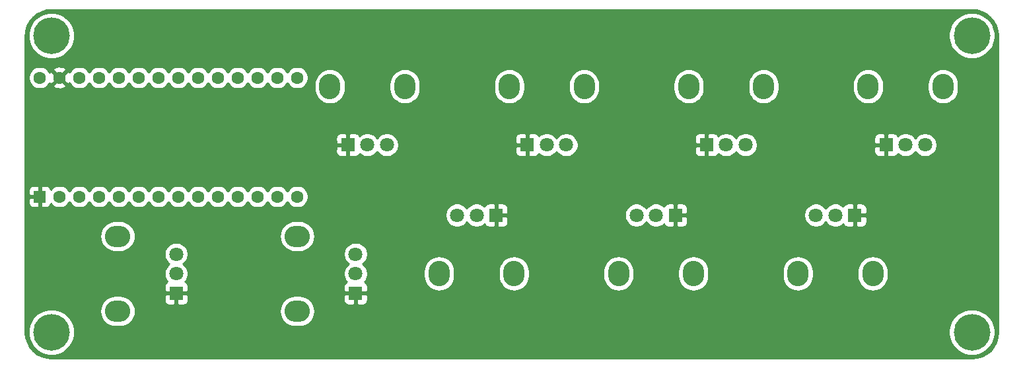
<source format=gbr>
%TF.GenerationSoftware,KiCad,Pcbnew,(5.1.10)-1*%
%TF.CreationDate,2021-09-02T23:50:42+09:00*%
%TF.ProjectId,bleachedplusplus,626c6561-6368-4656-9470-6c7573706c75,rev?*%
%TF.SameCoordinates,Original*%
%TF.FileFunction,Copper,L2,Bot*%
%TF.FilePolarity,Positive*%
%FSLAX46Y46*%
G04 Gerber Fmt 4.6, Leading zero omitted, Abs format (unit mm)*
G04 Created by KiCad (PCBNEW (5.1.10)-1) date 2021-09-02 23:50:42*
%MOMM*%
%LPD*%
G01*
G04 APERTURE LIST*
%TA.AperFunction,ComponentPad*%
%ADD10O,3.240000X2.720000*%
%TD*%
%TA.AperFunction,ComponentPad*%
%ADD11C,1.800000*%
%TD*%
%TA.AperFunction,ComponentPad*%
%ADD12R,1.800000X1.800000*%
%TD*%
%TA.AperFunction,ComponentPad*%
%ADD13O,2.720000X3.240000*%
%TD*%
%TA.AperFunction,ComponentPad*%
%ADD14C,4.700000*%
%TD*%
%TA.AperFunction,ComponentPad*%
%ADD15R,1.600000X1.600000*%
%TD*%
%TA.AperFunction,ComponentPad*%
%ADD16C,1.600000*%
%TD*%
%TA.AperFunction,Conductor*%
%ADD17C,0.254000*%
%TD*%
%TA.AperFunction,Conductor*%
%ADD18C,0.100000*%
%TD*%
G04 APERTURE END LIST*
D10*
%TO.P,RV9,*%
%TO.N,*%
X72500000Y-113300000D03*
X72500000Y-103700000D03*
D11*
%TO.P,RV9,3*%
%TO.N,+3V3*%
X80000000Y-106000000D03*
%TO.P,RV9,2*%
%TO.N,a8*%
X80000000Y-108500000D03*
D12*
%TO.P,RV9,1*%
%TO.N,GND*%
X80000000Y-111000000D03*
%TD*%
D10*
%TO.P,RV8,*%
%TO.N,*%
X95500000Y-113300000D03*
X95500000Y-103700000D03*
D11*
%TO.P,RV8,3*%
%TO.N,+3V3*%
X103000000Y-106000000D03*
%TO.P,RV8,2*%
%TO.N,a7*%
X103000000Y-108500000D03*
D12*
%TO.P,RV8,1*%
%TO.N,GND*%
X103000000Y-111000000D03*
%TD*%
D13*
%TO.P,RV7,*%
%TO.N,*%
X123300000Y-108500000D03*
X113700000Y-108500000D03*
D11*
%TO.P,RV7,3*%
%TO.N,+3V3*%
X116000000Y-101000000D03*
%TO.P,RV7,2*%
%TO.N,a6*%
X118500000Y-101000000D03*
D12*
%TO.P,RV7,1*%
%TO.N,GND*%
X121000000Y-101000000D03*
%TD*%
D13*
%TO.P,RV6,*%
%TO.N,*%
X146300000Y-108500000D03*
X136700000Y-108500000D03*
D11*
%TO.P,RV6,3*%
%TO.N,+3V3*%
X139000000Y-101000000D03*
%TO.P,RV6,2*%
%TO.N,a5*%
X141500000Y-101000000D03*
D12*
%TO.P,RV6,1*%
%TO.N,GND*%
X144000000Y-101000000D03*
%TD*%
D13*
%TO.P,RV5,*%
%TO.N,*%
X169300000Y-108500000D03*
X159700000Y-108500000D03*
D11*
%TO.P,RV5,3*%
%TO.N,+3V3*%
X162000000Y-101000000D03*
%TO.P,RV5,2*%
%TO.N,a4*%
X164500000Y-101000000D03*
D12*
%TO.P,RV5,1*%
%TO.N,GND*%
X167000000Y-101000000D03*
%TD*%
D13*
%TO.P,RV4,*%
%TO.N,*%
X168700000Y-84500000D03*
X178300000Y-84500000D03*
D11*
%TO.P,RV4,3*%
%TO.N,+3V3*%
X176000000Y-92000000D03*
%TO.P,RV4,2*%
%TO.N,a3*%
X173500000Y-92000000D03*
D12*
%TO.P,RV4,1*%
%TO.N,GND*%
X171000000Y-92000000D03*
%TD*%
D13*
%TO.P,RV3,*%
%TO.N,*%
X145700000Y-84500000D03*
X155300000Y-84500000D03*
D11*
%TO.P,RV3,3*%
%TO.N,+3V3*%
X153000000Y-92000000D03*
%TO.P,RV3,2*%
%TO.N,a2*%
X150500000Y-92000000D03*
D12*
%TO.P,RV3,1*%
%TO.N,GND*%
X148000000Y-92000000D03*
%TD*%
D13*
%TO.P,RV2,*%
%TO.N,*%
X122700000Y-84500000D03*
X132300000Y-84500000D03*
D11*
%TO.P,RV2,3*%
%TO.N,+3V3*%
X130000000Y-92000000D03*
%TO.P,RV2,2*%
%TO.N,a1*%
X127500000Y-92000000D03*
D12*
%TO.P,RV2,1*%
%TO.N,GND*%
X125000000Y-92000000D03*
%TD*%
D13*
%TO.P,RV1,*%
%TO.N,*%
X99700000Y-84500000D03*
X109300000Y-84500000D03*
D11*
%TO.P,RV1,3*%
%TO.N,+3V3*%
X107000000Y-92000000D03*
%TO.P,RV1,2*%
%TO.N,a0*%
X104500000Y-92000000D03*
D12*
%TO.P,RV1,1*%
%TO.N,GND*%
X102000000Y-92000000D03*
%TD*%
D14*
%TO.P,H4,1*%
%TO.N,N/C*%
X182000000Y-78000000D03*
%TD*%
%TO.P,H3,1*%
%TO.N,N/C*%
X182000000Y-116000000D03*
%TD*%
%TO.P,H2,1*%
%TO.N,N/C*%
X64000000Y-116000000D03*
%TD*%
%TO.P,H1,1*%
%TO.N,N/C*%
X64000000Y-78000000D03*
%TD*%
D15*
%TO.P,U1,1*%
%TO.N,GND*%
X62490000Y-98620000D03*
D16*
%TO.P,U1,2*%
%TO.N,Net-(U1-Pad2)*%
X65030000Y-98620000D03*
%TO.P,U1,3*%
%TO.N,Net-(U1-Pad3)*%
X67570000Y-98620000D03*
%TO.P,U1,4*%
%TO.N,Net-(U1-Pad4)*%
X70110000Y-98620000D03*
%TO.P,U1,5*%
%TO.N,Net-(U1-Pad5)*%
X72650000Y-98620000D03*
%TO.P,U1,6*%
%TO.N,Net-(U1-Pad6)*%
X75190000Y-98620000D03*
%TO.P,U1,7*%
%TO.N,Net-(U1-Pad7)*%
X77730000Y-98620000D03*
%TO.P,U1,8*%
%TO.N,Net-(U1-Pad8)*%
X80270000Y-98620000D03*
%TO.P,U1,9*%
%TO.N,Net-(U1-Pad9)*%
X82810000Y-98620000D03*
%TO.P,U1,10*%
%TO.N,Net-(U1-Pad10)*%
X85350000Y-98620000D03*
%TO.P,U1,11*%
%TO.N,Net-(U1-Pad11)*%
X87890000Y-98620000D03*
%TO.P,U1,12*%
%TO.N,Net-(U1-Pad12)*%
X90430000Y-98620000D03*
%TO.P,U1,13*%
%TO.N,Net-(U1-Pad13)*%
X92970000Y-98620000D03*
%TO.P,U1,33*%
%TO.N,Net-(U1-Pad33)*%
X62490000Y-83380000D03*
%TO.P,U1,32*%
%TO.N,GND*%
X65030000Y-83380000D03*
%TO.P,U1,31*%
%TO.N,+3V3*%
X67570000Y-83380000D03*
%TO.P,U1,30*%
%TO.N,Net-(U1-Pad30)*%
X70110000Y-83380000D03*
%TO.P,U1,29*%
%TO.N,a8*%
X72650000Y-83380000D03*
%TO.P,U1,28*%
%TO.N,a7*%
X75190000Y-83380000D03*
%TO.P,U1,27*%
%TO.N,a6*%
X77730000Y-83380000D03*
%TO.P,U1,26*%
%TO.N,a5*%
X80270000Y-83380000D03*
%TO.P,U1,25*%
%TO.N,a4*%
X82810000Y-83380000D03*
%TO.P,U1,24*%
%TO.N,a3*%
X85350000Y-83380000D03*
%TO.P,U1,23*%
%TO.N,a2*%
X87890000Y-83380000D03*
%TO.P,U1,22*%
%TO.N,a1*%
X90430000Y-83380000D03*
%TO.P,U1,21*%
%TO.N,a0*%
X92970000Y-83380000D03*
%TO.P,U1,14*%
%TO.N,Net-(U1-Pad14)*%
X95510000Y-98620000D03*
%TO.P,U1,20*%
%TO.N,Net-(U1-Pad20)*%
X95510000Y-83380000D03*
%TD*%
D17*
%TO.N,GND*%
X182648126Y-74726714D02*
X183271572Y-74914943D01*
X183846579Y-75220681D01*
X184351247Y-75632279D01*
X184766362Y-76134067D01*
X185076105Y-76706924D01*
X185268682Y-77329039D01*
X185340001Y-78007594D01*
X185340000Y-115967721D01*
X185273286Y-116648126D01*
X185085057Y-117271570D01*
X184779323Y-117846573D01*
X184367721Y-118351248D01*
X183865933Y-118766362D01*
X183293077Y-119076104D01*
X182670961Y-119268682D01*
X181992417Y-119340000D01*
X64032279Y-119340000D01*
X63351874Y-119273286D01*
X62728430Y-119085057D01*
X62153427Y-118779323D01*
X61648752Y-118367721D01*
X61233638Y-117865933D01*
X60923896Y-117293077D01*
X60731318Y-116670961D01*
X60660000Y-115992417D01*
X60660000Y-115706003D01*
X61015000Y-115706003D01*
X61015000Y-116293997D01*
X61129712Y-116870692D01*
X61354727Y-117413928D01*
X61681399Y-117902826D01*
X62097174Y-118318601D01*
X62586072Y-118645273D01*
X63129308Y-118870288D01*
X63706003Y-118985000D01*
X64293997Y-118985000D01*
X64870692Y-118870288D01*
X65413928Y-118645273D01*
X65902826Y-118318601D01*
X66318601Y-117902826D01*
X66645273Y-117413928D01*
X66870288Y-116870692D01*
X66985000Y-116293997D01*
X66985000Y-115706003D01*
X179015000Y-115706003D01*
X179015000Y-116293997D01*
X179129712Y-116870692D01*
X179354727Y-117413928D01*
X179681399Y-117902826D01*
X180097174Y-118318601D01*
X180586072Y-118645273D01*
X181129308Y-118870288D01*
X181706003Y-118985000D01*
X182293997Y-118985000D01*
X182870692Y-118870288D01*
X183413928Y-118645273D01*
X183902826Y-118318601D01*
X184318601Y-117902826D01*
X184645273Y-117413928D01*
X184870288Y-116870692D01*
X184985000Y-116293997D01*
X184985000Y-115706003D01*
X184870288Y-115129308D01*
X184645273Y-114586072D01*
X184318601Y-114097174D01*
X183902826Y-113681399D01*
X183413928Y-113354727D01*
X182870692Y-113129712D01*
X182293997Y-113015000D01*
X181706003Y-113015000D01*
X181129308Y-113129712D01*
X180586072Y-113354727D01*
X180097174Y-113681399D01*
X179681399Y-114097174D01*
X179354727Y-114586072D01*
X179129712Y-115129308D01*
X179015000Y-115706003D01*
X66985000Y-115706003D01*
X66870288Y-115129308D01*
X66645273Y-114586072D01*
X66318601Y-114097174D01*
X65902826Y-113681399D01*
X65413928Y-113354727D01*
X65281805Y-113300000D01*
X70235348Y-113300000D01*
X70273867Y-113691088D01*
X70387943Y-114067147D01*
X70573193Y-114413725D01*
X70822497Y-114717503D01*
X71126275Y-114966807D01*
X71472853Y-115152057D01*
X71848912Y-115266133D01*
X72142002Y-115295000D01*
X72857998Y-115295000D01*
X73151088Y-115266133D01*
X73527147Y-115152057D01*
X73873725Y-114966807D01*
X74177503Y-114717503D01*
X74426807Y-114413725D01*
X74612057Y-114067147D01*
X74726133Y-113691088D01*
X74764652Y-113300000D01*
X93235348Y-113300000D01*
X93273867Y-113691088D01*
X93387943Y-114067147D01*
X93573193Y-114413725D01*
X93822497Y-114717503D01*
X94126275Y-114966807D01*
X94472853Y-115152057D01*
X94848912Y-115266133D01*
X95142002Y-115295000D01*
X95857998Y-115295000D01*
X96151088Y-115266133D01*
X96527147Y-115152057D01*
X96873725Y-114966807D01*
X97177503Y-114717503D01*
X97426807Y-114413725D01*
X97612057Y-114067147D01*
X97726133Y-113691088D01*
X97764652Y-113300000D01*
X97726133Y-112908912D01*
X97612057Y-112532853D01*
X97426807Y-112186275D01*
X97191868Y-111900000D01*
X101461928Y-111900000D01*
X101474188Y-112024482D01*
X101510498Y-112144180D01*
X101569463Y-112254494D01*
X101648815Y-112351185D01*
X101745506Y-112430537D01*
X101855820Y-112489502D01*
X101975518Y-112525812D01*
X102100000Y-112538072D01*
X102714250Y-112535000D01*
X102873000Y-112376250D01*
X102873000Y-111127000D01*
X103127000Y-111127000D01*
X103127000Y-112376250D01*
X103285750Y-112535000D01*
X103900000Y-112538072D01*
X104024482Y-112525812D01*
X104144180Y-112489502D01*
X104254494Y-112430537D01*
X104351185Y-112351185D01*
X104430537Y-112254494D01*
X104489502Y-112144180D01*
X104525812Y-112024482D01*
X104538072Y-111900000D01*
X104535000Y-111285750D01*
X104376250Y-111127000D01*
X103127000Y-111127000D01*
X102873000Y-111127000D01*
X101623750Y-111127000D01*
X101465000Y-111285750D01*
X101461928Y-111900000D01*
X97191868Y-111900000D01*
X97177503Y-111882497D01*
X96873725Y-111633193D01*
X96527147Y-111447943D01*
X96151088Y-111333867D01*
X95857998Y-111305000D01*
X95142002Y-111305000D01*
X94848912Y-111333867D01*
X94472853Y-111447943D01*
X94126275Y-111633193D01*
X93822497Y-111882497D01*
X93573193Y-112186275D01*
X93387943Y-112532853D01*
X93273867Y-112908912D01*
X93235348Y-113300000D01*
X74764652Y-113300000D01*
X74726133Y-112908912D01*
X74612057Y-112532853D01*
X74426807Y-112186275D01*
X74191868Y-111900000D01*
X78461928Y-111900000D01*
X78474188Y-112024482D01*
X78510498Y-112144180D01*
X78569463Y-112254494D01*
X78648815Y-112351185D01*
X78745506Y-112430537D01*
X78855820Y-112489502D01*
X78975518Y-112525812D01*
X79100000Y-112538072D01*
X79714250Y-112535000D01*
X79873000Y-112376250D01*
X79873000Y-111127000D01*
X80127000Y-111127000D01*
X80127000Y-112376250D01*
X80285750Y-112535000D01*
X80900000Y-112538072D01*
X81024482Y-112525812D01*
X81144180Y-112489502D01*
X81254494Y-112430537D01*
X81351185Y-112351185D01*
X81430537Y-112254494D01*
X81489502Y-112144180D01*
X81525812Y-112024482D01*
X81538072Y-111900000D01*
X81535000Y-111285750D01*
X81376250Y-111127000D01*
X80127000Y-111127000D01*
X79873000Y-111127000D01*
X78623750Y-111127000D01*
X78465000Y-111285750D01*
X78461928Y-111900000D01*
X74191868Y-111900000D01*
X74177503Y-111882497D01*
X73873725Y-111633193D01*
X73527147Y-111447943D01*
X73151088Y-111333867D01*
X72857998Y-111305000D01*
X72142002Y-111305000D01*
X71848912Y-111333867D01*
X71472853Y-111447943D01*
X71126275Y-111633193D01*
X70822497Y-111882497D01*
X70573193Y-112186275D01*
X70387943Y-112532853D01*
X70273867Y-112908912D01*
X70235348Y-113300000D01*
X65281805Y-113300000D01*
X64870692Y-113129712D01*
X64293997Y-113015000D01*
X63706003Y-113015000D01*
X63129308Y-113129712D01*
X62586072Y-113354727D01*
X62097174Y-113681399D01*
X61681399Y-114097174D01*
X61354727Y-114586072D01*
X61129712Y-115129308D01*
X61015000Y-115706003D01*
X60660000Y-115706003D01*
X60660000Y-110100000D01*
X78461928Y-110100000D01*
X78465000Y-110714250D01*
X78623750Y-110873000D01*
X79873000Y-110873000D01*
X79873000Y-110853000D01*
X80127000Y-110853000D01*
X80127000Y-110873000D01*
X81376250Y-110873000D01*
X81535000Y-110714250D01*
X81538072Y-110100000D01*
X101461928Y-110100000D01*
X101465000Y-110714250D01*
X101623750Y-110873000D01*
X102873000Y-110873000D01*
X102873000Y-110853000D01*
X103127000Y-110853000D01*
X103127000Y-110873000D01*
X104376250Y-110873000D01*
X104535000Y-110714250D01*
X104538072Y-110100000D01*
X104525812Y-109975518D01*
X104489502Y-109855820D01*
X104430537Y-109745506D01*
X104351185Y-109648815D01*
X104254494Y-109569463D01*
X104154697Y-109516120D01*
X104192312Y-109478505D01*
X104360299Y-109227095D01*
X104476011Y-108947743D01*
X104535000Y-108651184D01*
X104535000Y-108348816D01*
X104493863Y-108142003D01*
X111705000Y-108142003D01*
X111705000Y-108857998D01*
X111733867Y-109151088D01*
X111847943Y-109527147D01*
X112033193Y-109873725D01*
X112282498Y-110177503D01*
X112586276Y-110426807D01*
X112932854Y-110612057D01*
X113308913Y-110726133D01*
X113700000Y-110764652D01*
X114091088Y-110726133D01*
X114467147Y-110612057D01*
X114813725Y-110426807D01*
X115117503Y-110177503D01*
X115366807Y-109873725D01*
X115552057Y-109527147D01*
X115666133Y-109151087D01*
X115695000Y-108857997D01*
X115695000Y-108142003D01*
X121305000Y-108142003D01*
X121305000Y-108857998D01*
X121333867Y-109151088D01*
X121447943Y-109527147D01*
X121633193Y-109873725D01*
X121882498Y-110177503D01*
X122186276Y-110426807D01*
X122532854Y-110612057D01*
X122908913Y-110726133D01*
X123300000Y-110764652D01*
X123691088Y-110726133D01*
X124067147Y-110612057D01*
X124413725Y-110426807D01*
X124717503Y-110177503D01*
X124966807Y-109873725D01*
X125152057Y-109527147D01*
X125266133Y-109151087D01*
X125295000Y-108857997D01*
X125295000Y-108142003D01*
X134705000Y-108142003D01*
X134705000Y-108857998D01*
X134733867Y-109151088D01*
X134847943Y-109527147D01*
X135033193Y-109873725D01*
X135282498Y-110177503D01*
X135586276Y-110426807D01*
X135932854Y-110612057D01*
X136308913Y-110726133D01*
X136700000Y-110764652D01*
X137091088Y-110726133D01*
X137467147Y-110612057D01*
X137813725Y-110426807D01*
X138117503Y-110177503D01*
X138366807Y-109873725D01*
X138552057Y-109527147D01*
X138666133Y-109151087D01*
X138695000Y-108857997D01*
X138695000Y-108142003D01*
X144305000Y-108142003D01*
X144305000Y-108857998D01*
X144333867Y-109151088D01*
X144447943Y-109527147D01*
X144633193Y-109873725D01*
X144882498Y-110177503D01*
X145186276Y-110426807D01*
X145532854Y-110612057D01*
X145908913Y-110726133D01*
X146300000Y-110764652D01*
X146691088Y-110726133D01*
X147067147Y-110612057D01*
X147413725Y-110426807D01*
X147717503Y-110177503D01*
X147966807Y-109873725D01*
X148152057Y-109527147D01*
X148266133Y-109151087D01*
X148295000Y-108857997D01*
X148295000Y-108142003D01*
X157705000Y-108142003D01*
X157705000Y-108857998D01*
X157733867Y-109151088D01*
X157847943Y-109527147D01*
X158033193Y-109873725D01*
X158282498Y-110177503D01*
X158586276Y-110426807D01*
X158932854Y-110612057D01*
X159308913Y-110726133D01*
X159700000Y-110764652D01*
X160091088Y-110726133D01*
X160467147Y-110612057D01*
X160813725Y-110426807D01*
X161117503Y-110177503D01*
X161366807Y-109873725D01*
X161552057Y-109527147D01*
X161666133Y-109151087D01*
X161695000Y-108857997D01*
X161695000Y-108142003D01*
X167305000Y-108142003D01*
X167305000Y-108857998D01*
X167333867Y-109151088D01*
X167447943Y-109527147D01*
X167633193Y-109873725D01*
X167882498Y-110177503D01*
X168186276Y-110426807D01*
X168532854Y-110612057D01*
X168908913Y-110726133D01*
X169300000Y-110764652D01*
X169691088Y-110726133D01*
X170067147Y-110612057D01*
X170413725Y-110426807D01*
X170717503Y-110177503D01*
X170966807Y-109873725D01*
X171152057Y-109527147D01*
X171266133Y-109151087D01*
X171295000Y-108857997D01*
X171295000Y-108142002D01*
X171266133Y-107848912D01*
X171152057Y-107472853D01*
X170966807Y-107126275D01*
X170717503Y-106822497D01*
X170413725Y-106573193D01*
X170067146Y-106387943D01*
X169691087Y-106273867D01*
X169300000Y-106235348D01*
X168908912Y-106273867D01*
X168532853Y-106387943D01*
X168186275Y-106573193D01*
X167882497Y-106822497D01*
X167633193Y-107126275D01*
X167447943Y-107472854D01*
X167333867Y-107848913D01*
X167305000Y-108142003D01*
X161695000Y-108142003D01*
X161695000Y-108142002D01*
X161666133Y-107848912D01*
X161552057Y-107472853D01*
X161366807Y-107126275D01*
X161117503Y-106822497D01*
X160813725Y-106573193D01*
X160467146Y-106387943D01*
X160091087Y-106273867D01*
X159700000Y-106235348D01*
X159308912Y-106273867D01*
X158932853Y-106387943D01*
X158586275Y-106573193D01*
X158282497Y-106822497D01*
X158033193Y-107126275D01*
X157847943Y-107472854D01*
X157733867Y-107848913D01*
X157705000Y-108142003D01*
X148295000Y-108142003D01*
X148295000Y-108142002D01*
X148266133Y-107848912D01*
X148152057Y-107472853D01*
X147966807Y-107126275D01*
X147717503Y-106822497D01*
X147413725Y-106573193D01*
X147067146Y-106387943D01*
X146691087Y-106273867D01*
X146300000Y-106235348D01*
X145908912Y-106273867D01*
X145532853Y-106387943D01*
X145186275Y-106573193D01*
X144882497Y-106822497D01*
X144633193Y-107126275D01*
X144447943Y-107472854D01*
X144333867Y-107848913D01*
X144305000Y-108142003D01*
X138695000Y-108142003D01*
X138695000Y-108142002D01*
X138666133Y-107848912D01*
X138552057Y-107472853D01*
X138366807Y-107126275D01*
X138117503Y-106822497D01*
X137813725Y-106573193D01*
X137467146Y-106387943D01*
X137091087Y-106273867D01*
X136700000Y-106235348D01*
X136308912Y-106273867D01*
X135932853Y-106387943D01*
X135586275Y-106573193D01*
X135282497Y-106822497D01*
X135033193Y-107126275D01*
X134847943Y-107472854D01*
X134733867Y-107848913D01*
X134705000Y-108142003D01*
X125295000Y-108142003D01*
X125295000Y-108142002D01*
X125266133Y-107848912D01*
X125152057Y-107472853D01*
X124966807Y-107126275D01*
X124717503Y-106822497D01*
X124413725Y-106573193D01*
X124067146Y-106387943D01*
X123691087Y-106273867D01*
X123300000Y-106235348D01*
X122908912Y-106273867D01*
X122532853Y-106387943D01*
X122186275Y-106573193D01*
X121882497Y-106822497D01*
X121633193Y-107126275D01*
X121447943Y-107472854D01*
X121333867Y-107848913D01*
X121305000Y-108142003D01*
X115695000Y-108142003D01*
X115695000Y-108142002D01*
X115666133Y-107848912D01*
X115552057Y-107472853D01*
X115366807Y-107126275D01*
X115117503Y-106822497D01*
X114813725Y-106573193D01*
X114467146Y-106387943D01*
X114091087Y-106273867D01*
X113700000Y-106235348D01*
X113308912Y-106273867D01*
X112932853Y-106387943D01*
X112586275Y-106573193D01*
X112282497Y-106822497D01*
X112033193Y-107126275D01*
X111847943Y-107472854D01*
X111733867Y-107848913D01*
X111705000Y-108142003D01*
X104493863Y-108142003D01*
X104476011Y-108052257D01*
X104360299Y-107772905D01*
X104192312Y-107521495D01*
X103978505Y-107307688D01*
X103892169Y-107250000D01*
X103978505Y-107192312D01*
X104192312Y-106978505D01*
X104360299Y-106727095D01*
X104476011Y-106447743D01*
X104535000Y-106151184D01*
X104535000Y-105848816D01*
X104476011Y-105552257D01*
X104360299Y-105272905D01*
X104192312Y-105021495D01*
X103978505Y-104807688D01*
X103727095Y-104639701D01*
X103447743Y-104523989D01*
X103151184Y-104465000D01*
X102848816Y-104465000D01*
X102552257Y-104523989D01*
X102272905Y-104639701D01*
X102021495Y-104807688D01*
X101807688Y-105021495D01*
X101639701Y-105272905D01*
X101523989Y-105552257D01*
X101465000Y-105848816D01*
X101465000Y-106151184D01*
X101523989Y-106447743D01*
X101639701Y-106727095D01*
X101807688Y-106978505D01*
X102021495Y-107192312D01*
X102107831Y-107250000D01*
X102021495Y-107307688D01*
X101807688Y-107521495D01*
X101639701Y-107772905D01*
X101523989Y-108052257D01*
X101465000Y-108348816D01*
X101465000Y-108651184D01*
X101523989Y-108947743D01*
X101639701Y-109227095D01*
X101807688Y-109478505D01*
X101845303Y-109516120D01*
X101745506Y-109569463D01*
X101648815Y-109648815D01*
X101569463Y-109745506D01*
X101510498Y-109855820D01*
X101474188Y-109975518D01*
X101461928Y-110100000D01*
X81538072Y-110100000D01*
X81525812Y-109975518D01*
X81489502Y-109855820D01*
X81430537Y-109745506D01*
X81351185Y-109648815D01*
X81254494Y-109569463D01*
X81154697Y-109516120D01*
X81192312Y-109478505D01*
X81360299Y-109227095D01*
X81476011Y-108947743D01*
X81535000Y-108651184D01*
X81535000Y-108348816D01*
X81476011Y-108052257D01*
X81360299Y-107772905D01*
X81192312Y-107521495D01*
X80978505Y-107307688D01*
X80892169Y-107250000D01*
X80978505Y-107192312D01*
X81192312Y-106978505D01*
X81360299Y-106727095D01*
X81476011Y-106447743D01*
X81535000Y-106151184D01*
X81535000Y-105848816D01*
X81476011Y-105552257D01*
X81360299Y-105272905D01*
X81192312Y-105021495D01*
X80978505Y-104807688D01*
X80727095Y-104639701D01*
X80447743Y-104523989D01*
X80151184Y-104465000D01*
X79848816Y-104465000D01*
X79552257Y-104523989D01*
X79272905Y-104639701D01*
X79021495Y-104807688D01*
X78807688Y-105021495D01*
X78639701Y-105272905D01*
X78523989Y-105552257D01*
X78465000Y-105848816D01*
X78465000Y-106151184D01*
X78523989Y-106447743D01*
X78639701Y-106727095D01*
X78807688Y-106978505D01*
X79021495Y-107192312D01*
X79107831Y-107250000D01*
X79021495Y-107307688D01*
X78807688Y-107521495D01*
X78639701Y-107772905D01*
X78523989Y-108052257D01*
X78465000Y-108348816D01*
X78465000Y-108651184D01*
X78523989Y-108947743D01*
X78639701Y-109227095D01*
X78807688Y-109478505D01*
X78845303Y-109516120D01*
X78745506Y-109569463D01*
X78648815Y-109648815D01*
X78569463Y-109745506D01*
X78510498Y-109855820D01*
X78474188Y-109975518D01*
X78461928Y-110100000D01*
X60660000Y-110100000D01*
X60660000Y-103700000D01*
X70235348Y-103700000D01*
X70273867Y-104091088D01*
X70387943Y-104467147D01*
X70573193Y-104813725D01*
X70822497Y-105117503D01*
X71126275Y-105366807D01*
X71472853Y-105552057D01*
X71848912Y-105666133D01*
X72142002Y-105695000D01*
X72857998Y-105695000D01*
X73151088Y-105666133D01*
X73527147Y-105552057D01*
X73873725Y-105366807D01*
X74177503Y-105117503D01*
X74426807Y-104813725D01*
X74612057Y-104467147D01*
X74726133Y-104091088D01*
X74764652Y-103700000D01*
X93235348Y-103700000D01*
X93273867Y-104091088D01*
X93387943Y-104467147D01*
X93573193Y-104813725D01*
X93822497Y-105117503D01*
X94126275Y-105366807D01*
X94472853Y-105552057D01*
X94848912Y-105666133D01*
X95142002Y-105695000D01*
X95857998Y-105695000D01*
X96151088Y-105666133D01*
X96527147Y-105552057D01*
X96873725Y-105366807D01*
X97177503Y-105117503D01*
X97426807Y-104813725D01*
X97612057Y-104467147D01*
X97726133Y-104091088D01*
X97764652Y-103700000D01*
X97726133Y-103308912D01*
X97612057Y-102932853D01*
X97426807Y-102586275D01*
X97177503Y-102282497D01*
X96873725Y-102033193D01*
X96527147Y-101847943D01*
X96151088Y-101733867D01*
X95857998Y-101705000D01*
X95142002Y-101705000D01*
X94848912Y-101733867D01*
X94472853Y-101847943D01*
X94126275Y-102033193D01*
X93822497Y-102282497D01*
X93573193Y-102586275D01*
X93387943Y-102932853D01*
X93273867Y-103308912D01*
X93235348Y-103700000D01*
X74764652Y-103700000D01*
X74726133Y-103308912D01*
X74612057Y-102932853D01*
X74426807Y-102586275D01*
X74177503Y-102282497D01*
X73873725Y-102033193D01*
X73527147Y-101847943D01*
X73151088Y-101733867D01*
X72857998Y-101705000D01*
X72142002Y-101705000D01*
X71848912Y-101733867D01*
X71472853Y-101847943D01*
X71126275Y-102033193D01*
X70822497Y-102282497D01*
X70573193Y-102586275D01*
X70387943Y-102932853D01*
X70273867Y-103308912D01*
X70235348Y-103700000D01*
X60660000Y-103700000D01*
X60660000Y-100848816D01*
X114465000Y-100848816D01*
X114465000Y-101151184D01*
X114523989Y-101447743D01*
X114639701Y-101727095D01*
X114807688Y-101978505D01*
X115021495Y-102192312D01*
X115272905Y-102360299D01*
X115552257Y-102476011D01*
X115848816Y-102535000D01*
X116151184Y-102535000D01*
X116447743Y-102476011D01*
X116727095Y-102360299D01*
X116978505Y-102192312D01*
X117192312Y-101978505D01*
X117250000Y-101892169D01*
X117307688Y-101978505D01*
X117521495Y-102192312D01*
X117772905Y-102360299D01*
X118052257Y-102476011D01*
X118348816Y-102535000D01*
X118651184Y-102535000D01*
X118947743Y-102476011D01*
X119227095Y-102360299D01*
X119478505Y-102192312D01*
X119516120Y-102154697D01*
X119569463Y-102254494D01*
X119648815Y-102351185D01*
X119745506Y-102430537D01*
X119855820Y-102489502D01*
X119975518Y-102525812D01*
X120100000Y-102538072D01*
X120714250Y-102535000D01*
X120873000Y-102376250D01*
X120873000Y-101127000D01*
X121127000Y-101127000D01*
X121127000Y-102376250D01*
X121285750Y-102535000D01*
X121900000Y-102538072D01*
X122024482Y-102525812D01*
X122144180Y-102489502D01*
X122254494Y-102430537D01*
X122351185Y-102351185D01*
X122430537Y-102254494D01*
X122489502Y-102144180D01*
X122525812Y-102024482D01*
X122538072Y-101900000D01*
X122535000Y-101285750D01*
X122376250Y-101127000D01*
X121127000Y-101127000D01*
X120873000Y-101127000D01*
X120853000Y-101127000D01*
X120853000Y-100873000D01*
X120873000Y-100873000D01*
X120873000Y-99623750D01*
X121127000Y-99623750D01*
X121127000Y-100873000D01*
X122376250Y-100873000D01*
X122400434Y-100848816D01*
X137465000Y-100848816D01*
X137465000Y-101151184D01*
X137523989Y-101447743D01*
X137639701Y-101727095D01*
X137807688Y-101978505D01*
X138021495Y-102192312D01*
X138272905Y-102360299D01*
X138552257Y-102476011D01*
X138848816Y-102535000D01*
X139151184Y-102535000D01*
X139447743Y-102476011D01*
X139727095Y-102360299D01*
X139978505Y-102192312D01*
X140192312Y-101978505D01*
X140250000Y-101892169D01*
X140307688Y-101978505D01*
X140521495Y-102192312D01*
X140772905Y-102360299D01*
X141052257Y-102476011D01*
X141348816Y-102535000D01*
X141651184Y-102535000D01*
X141947743Y-102476011D01*
X142227095Y-102360299D01*
X142478505Y-102192312D01*
X142516120Y-102154697D01*
X142569463Y-102254494D01*
X142648815Y-102351185D01*
X142745506Y-102430537D01*
X142855820Y-102489502D01*
X142975518Y-102525812D01*
X143100000Y-102538072D01*
X143714250Y-102535000D01*
X143873000Y-102376250D01*
X143873000Y-101127000D01*
X144127000Y-101127000D01*
X144127000Y-102376250D01*
X144285750Y-102535000D01*
X144900000Y-102538072D01*
X145024482Y-102525812D01*
X145144180Y-102489502D01*
X145254494Y-102430537D01*
X145351185Y-102351185D01*
X145430537Y-102254494D01*
X145489502Y-102144180D01*
X145525812Y-102024482D01*
X145538072Y-101900000D01*
X145535000Y-101285750D01*
X145376250Y-101127000D01*
X144127000Y-101127000D01*
X143873000Y-101127000D01*
X143853000Y-101127000D01*
X143853000Y-100873000D01*
X143873000Y-100873000D01*
X143873000Y-99623750D01*
X144127000Y-99623750D01*
X144127000Y-100873000D01*
X145376250Y-100873000D01*
X145400434Y-100848816D01*
X160465000Y-100848816D01*
X160465000Y-101151184D01*
X160523989Y-101447743D01*
X160639701Y-101727095D01*
X160807688Y-101978505D01*
X161021495Y-102192312D01*
X161272905Y-102360299D01*
X161552257Y-102476011D01*
X161848816Y-102535000D01*
X162151184Y-102535000D01*
X162447743Y-102476011D01*
X162727095Y-102360299D01*
X162978505Y-102192312D01*
X163192312Y-101978505D01*
X163250000Y-101892169D01*
X163307688Y-101978505D01*
X163521495Y-102192312D01*
X163772905Y-102360299D01*
X164052257Y-102476011D01*
X164348816Y-102535000D01*
X164651184Y-102535000D01*
X164947743Y-102476011D01*
X165227095Y-102360299D01*
X165478505Y-102192312D01*
X165516120Y-102154697D01*
X165569463Y-102254494D01*
X165648815Y-102351185D01*
X165745506Y-102430537D01*
X165855820Y-102489502D01*
X165975518Y-102525812D01*
X166100000Y-102538072D01*
X166714250Y-102535000D01*
X166873000Y-102376250D01*
X166873000Y-101127000D01*
X167127000Y-101127000D01*
X167127000Y-102376250D01*
X167285750Y-102535000D01*
X167900000Y-102538072D01*
X168024482Y-102525812D01*
X168144180Y-102489502D01*
X168254494Y-102430537D01*
X168351185Y-102351185D01*
X168430537Y-102254494D01*
X168489502Y-102144180D01*
X168525812Y-102024482D01*
X168538072Y-101900000D01*
X168535000Y-101285750D01*
X168376250Y-101127000D01*
X167127000Y-101127000D01*
X166873000Y-101127000D01*
X166853000Y-101127000D01*
X166853000Y-100873000D01*
X166873000Y-100873000D01*
X166873000Y-99623750D01*
X167127000Y-99623750D01*
X167127000Y-100873000D01*
X168376250Y-100873000D01*
X168535000Y-100714250D01*
X168538072Y-100100000D01*
X168525812Y-99975518D01*
X168489502Y-99855820D01*
X168430537Y-99745506D01*
X168351185Y-99648815D01*
X168254494Y-99569463D01*
X168144180Y-99510498D01*
X168024482Y-99474188D01*
X167900000Y-99461928D01*
X167285750Y-99465000D01*
X167127000Y-99623750D01*
X166873000Y-99623750D01*
X166714250Y-99465000D01*
X166100000Y-99461928D01*
X165975518Y-99474188D01*
X165855820Y-99510498D01*
X165745506Y-99569463D01*
X165648815Y-99648815D01*
X165569463Y-99745506D01*
X165516120Y-99845303D01*
X165478505Y-99807688D01*
X165227095Y-99639701D01*
X164947743Y-99523989D01*
X164651184Y-99465000D01*
X164348816Y-99465000D01*
X164052257Y-99523989D01*
X163772905Y-99639701D01*
X163521495Y-99807688D01*
X163307688Y-100021495D01*
X163250000Y-100107831D01*
X163192312Y-100021495D01*
X162978505Y-99807688D01*
X162727095Y-99639701D01*
X162447743Y-99523989D01*
X162151184Y-99465000D01*
X161848816Y-99465000D01*
X161552257Y-99523989D01*
X161272905Y-99639701D01*
X161021495Y-99807688D01*
X160807688Y-100021495D01*
X160639701Y-100272905D01*
X160523989Y-100552257D01*
X160465000Y-100848816D01*
X145400434Y-100848816D01*
X145535000Y-100714250D01*
X145538072Y-100100000D01*
X145525812Y-99975518D01*
X145489502Y-99855820D01*
X145430537Y-99745506D01*
X145351185Y-99648815D01*
X145254494Y-99569463D01*
X145144180Y-99510498D01*
X145024482Y-99474188D01*
X144900000Y-99461928D01*
X144285750Y-99465000D01*
X144127000Y-99623750D01*
X143873000Y-99623750D01*
X143714250Y-99465000D01*
X143100000Y-99461928D01*
X142975518Y-99474188D01*
X142855820Y-99510498D01*
X142745506Y-99569463D01*
X142648815Y-99648815D01*
X142569463Y-99745506D01*
X142516120Y-99845303D01*
X142478505Y-99807688D01*
X142227095Y-99639701D01*
X141947743Y-99523989D01*
X141651184Y-99465000D01*
X141348816Y-99465000D01*
X141052257Y-99523989D01*
X140772905Y-99639701D01*
X140521495Y-99807688D01*
X140307688Y-100021495D01*
X140250000Y-100107831D01*
X140192312Y-100021495D01*
X139978505Y-99807688D01*
X139727095Y-99639701D01*
X139447743Y-99523989D01*
X139151184Y-99465000D01*
X138848816Y-99465000D01*
X138552257Y-99523989D01*
X138272905Y-99639701D01*
X138021495Y-99807688D01*
X137807688Y-100021495D01*
X137639701Y-100272905D01*
X137523989Y-100552257D01*
X137465000Y-100848816D01*
X122400434Y-100848816D01*
X122535000Y-100714250D01*
X122538072Y-100100000D01*
X122525812Y-99975518D01*
X122489502Y-99855820D01*
X122430537Y-99745506D01*
X122351185Y-99648815D01*
X122254494Y-99569463D01*
X122144180Y-99510498D01*
X122024482Y-99474188D01*
X121900000Y-99461928D01*
X121285750Y-99465000D01*
X121127000Y-99623750D01*
X120873000Y-99623750D01*
X120714250Y-99465000D01*
X120100000Y-99461928D01*
X119975518Y-99474188D01*
X119855820Y-99510498D01*
X119745506Y-99569463D01*
X119648815Y-99648815D01*
X119569463Y-99745506D01*
X119516120Y-99845303D01*
X119478505Y-99807688D01*
X119227095Y-99639701D01*
X118947743Y-99523989D01*
X118651184Y-99465000D01*
X118348816Y-99465000D01*
X118052257Y-99523989D01*
X117772905Y-99639701D01*
X117521495Y-99807688D01*
X117307688Y-100021495D01*
X117250000Y-100107831D01*
X117192312Y-100021495D01*
X116978505Y-99807688D01*
X116727095Y-99639701D01*
X116447743Y-99523989D01*
X116151184Y-99465000D01*
X115848816Y-99465000D01*
X115552257Y-99523989D01*
X115272905Y-99639701D01*
X115021495Y-99807688D01*
X114807688Y-100021495D01*
X114639701Y-100272905D01*
X114523989Y-100552257D01*
X114465000Y-100848816D01*
X60660000Y-100848816D01*
X60660000Y-99420000D01*
X61051928Y-99420000D01*
X61064188Y-99544482D01*
X61100498Y-99664180D01*
X61159463Y-99774494D01*
X61238815Y-99871185D01*
X61335506Y-99950537D01*
X61445820Y-100009502D01*
X61565518Y-100045812D01*
X61690000Y-100058072D01*
X62204250Y-100055000D01*
X62363000Y-99896250D01*
X62363000Y-98747000D01*
X61213750Y-98747000D01*
X61055000Y-98905750D01*
X61051928Y-99420000D01*
X60660000Y-99420000D01*
X60660000Y-97820000D01*
X61051928Y-97820000D01*
X61055000Y-98334250D01*
X61213750Y-98493000D01*
X62363000Y-98493000D01*
X62363000Y-97343750D01*
X62617000Y-97343750D01*
X62617000Y-98493000D01*
X62637000Y-98493000D01*
X62637000Y-98747000D01*
X62617000Y-98747000D01*
X62617000Y-99896250D01*
X62775750Y-100055000D01*
X63290000Y-100058072D01*
X63414482Y-100045812D01*
X63534180Y-100009502D01*
X63644494Y-99950537D01*
X63741185Y-99871185D01*
X63820537Y-99774494D01*
X63879502Y-99664180D01*
X63915812Y-99544482D01*
X63916643Y-99536039D01*
X64115241Y-99734637D01*
X64350273Y-99891680D01*
X64611426Y-99999853D01*
X64888665Y-100055000D01*
X65171335Y-100055000D01*
X65448574Y-99999853D01*
X65709727Y-99891680D01*
X65944759Y-99734637D01*
X66144637Y-99534759D01*
X66300000Y-99302241D01*
X66455363Y-99534759D01*
X66655241Y-99734637D01*
X66890273Y-99891680D01*
X67151426Y-99999853D01*
X67428665Y-100055000D01*
X67711335Y-100055000D01*
X67988574Y-99999853D01*
X68249727Y-99891680D01*
X68484759Y-99734637D01*
X68684637Y-99534759D01*
X68840000Y-99302241D01*
X68995363Y-99534759D01*
X69195241Y-99734637D01*
X69430273Y-99891680D01*
X69691426Y-99999853D01*
X69968665Y-100055000D01*
X70251335Y-100055000D01*
X70528574Y-99999853D01*
X70789727Y-99891680D01*
X71024759Y-99734637D01*
X71224637Y-99534759D01*
X71380000Y-99302241D01*
X71535363Y-99534759D01*
X71735241Y-99734637D01*
X71970273Y-99891680D01*
X72231426Y-99999853D01*
X72508665Y-100055000D01*
X72791335Y-100055000D01*
X73068574Y-99999853D01*
X73329727Y-99891680D01*
X73564759Y-99734637D01*
X73764637Y-99534759D01*
X73920000Y-99302241D01*
X74075363Y-99534759D01*
X74275241Y-99734637D01*
X74510273Y-99891680D01*
X74771426Y-99999853D01*
X75048665Y-100055000D01*
X75331335Y-100055000D01*
X75608574Y-99999853D01*
X75869727Y-99891680D01*
X76104759Y-99734637D01*
X76304637Y-99534759D01*
X76460000Y-99302241D01*
X76615363Y-99534759D01*
X76815241Y-99734637D01*
X77050273Y-99891680D01*
X77311426Y-99999853D01*
X77588665Y-100055000D01*
X77871335Y-100055000D01*
X78148574Y-99999853D01*
X78409727Y-99891680D01*
X78644759Y-99734637D01*
X78844637Y-99534759D01*
X79000000Y-99302241D01*
X79155363Y-99534759D01*
X79355241Y-99734637D01*
X79590273Y-99891680D01*
X79851426Y-99999853D01*
X80128665Y-100055000D01*
X80411335Y-100055000D01*
X80688574Y-99999853D01*
X80949727Y-99891680D01*
X81184759Y-99734637D01*
X81384637Y-99534759D01*
X81540000Y-99302241D01*
X81695363Y-99534759D01*
X81895241Y-99734637D01*
X82130273Y-99891680D01*
X82391426Y-99999853D01*
X82668665Y-100055000D01*
X82951335Y-100055000D01*
X83228574Y-99999853D01*
X83489727Y-99891680D01*
X83724759Y-99734637D01*
X83924637Y-99534759D01*
X84080000Y-99302241D01*
X84235363Y-99534759D01*
X84435241Y-99734637D01*
X84670273Y-99891680D01*
X84931426Y-99999853D01*
X85208665Y-100055000D01*
X85491335Y-100055000D01*
X85768574Y-99999853D01*
X86029727Y-99891680D01*
X86264759Y-99734637D01*
X86464637Y-99534759D01*
X86620000Y-99302241D01*
X86775363Y-99534759D01*
X86975241Y-99734637D01*
X87210273Y-99891680D01*
X87471426Y-99999853D01*
X87748665Y-100055000D01*
X88031335Y-100055000D01*
X88308574Y-99999853D01*
X88569727Y-99891680D01*
X88804759Y-99734637D01*
X89004637Y-99534759D01*
X89160000Y-99302241D01*
X89315363Y-99534759D01*
X89515241Y-99734637D01*
X89750273Y-99891680D01*
X90011426Y-99999853D01*
X90288665Y-100055000D01*
X90571335Y-100055000D01*
X90848574Y-99999853D01*
X91109727Y-99891680D01*
X91344759Y-99734637D01*
X91544637Y-99534759D01*
X91700000Y-99302241D01*
X91855363Y-99534759D01*
X92055241Y-99734637D01*
X92290273Y-99891680D01*
X92551426Y-99999853D01*
X92828665Y-100055000D01*
X93111335Y-100055000D01*
X93388574Y-99999853D01*
X93649727Y-99891680D01*
X93884759Y-99734637D01*
X94084637Y-99534759D01*
X94240000Y-99302241D01*
X94395363Y-99534759D01*
X94595241Y-99734637D01*
X94830273Y-99891680D01*
X95091426Y-99999853D01*
X95368665Y-100055000D01*
X95651335Y-100055000D01*
X95928574Y-99999853D01*
X96189727Y-99891680D01*
X96424759Y-99734637D01*
X96624637Y-99534759D01*
X96781680Y-99299727D01*
X96889853Y-99038574D01*
X96945000Y-98761335D01*
X96945000Y-98478665D01*
X96889853Y-98201426D01*
X96781680Y-97940273D01*
X96624637Y-97705241D01*
X96424759Y-97505363D01*
X96189727Y-97348320D01*
X95928574Y-97240147D01*
X95651335Y-97185000D01*
X95368665Y-97185000D01*
X95091426Y-97240147D01*
X94830273Y-97348320D01*
X94595241Y-97505363D01*
X94395363Y-97705241D01*
X94240000Y-97937759D01*
X94084637Y-97705241D01*
X93884759Y-97505363D01*
X93649727Y-97348320D01*
X93388574Y-97240147D01*
X93111335Y-97185000D01*
X92828665Y-97185000D01*
X92551426Y-97240147D01*
X92290273Y-97348320D01*
X92055241Y-97505363D01*
X91855363Y-97705241D01*
X91700000Y-97937759D01*
X91544637Y-97705241D01*
X91344759Y-97505363D01*
X91109727Y-97348320D01*
X90848574Y-97240147D01*
X90571335Y-97185000D01*
X90288665Y-97185000D01*
X90011426Y-97240147D01*
X89750273Y-97348320D01*
X89515241Y-97505363D01*
X89315363Y-97705241D01*
X89160000Y-97937759D01*
X89004637Y-97705241D01*
X88804759Y-97505363D01*
X88569727Y-97348320D01*
X88308574Y-97240147D01*
X88031335Y-97185000D01*
X87748665Y-97185000D01*
X87471426Y-97240147D01*
X87210273Y-97348320D01*
X86975241Y-97505363D01*
X86775363Y-97705241D01*
X86620000Y-97937759D01*
X86464637Y-97705241D01*
X86264759Y-97505363D01*
X86029727Y-97348320D01*
X85768574Y-97240147D01*
X85491335Y-97185000D01*
X85208665Y-97185000D01*
X84931426Y-97240147D01*
X84670273Y-97348320D01*
X84435241Y-97505363D01*
X84235363Y-97705241D01*
X84080000Y-97937759D01*
X83924637Y-97705241D01*
X83724759Y-97505363D01*
X83489727Y-97348320D01*
X83228574Y-97240147D01*
X82951335Y-97185000D01*
X82668665Y-97185000D01*
X82391426Y-97240147D01*
X82130273Y-97348320D01*
X81895241Y-97505363D01*
X81695363Y-97705241D01*
X81540000Y-97937759D01*
X81384637Y-97705241D01*
X81184759Y-97505363D01*
X80949727Y-97348320D01*
X80688574Y-97240147D01*
X80411335Y-97185000D01*
X80128665Y-97185000D01*
X79851426Y-97240147D01*
X79590273Y-97348320D01*
X79355241Y-97505363D01*
X79155363Y-97705241D01*
X79000000Y-97937759D01*
X78844637Y-97705241D01*
X78644759Y-97505363D01*
X78409727Y-97348320D01*
X78148574Y-97240147D01*
X77871335Y-97185000D01*
X77588665Y-97185000D01*
X77311426Y-97240147D01*
X77050273Y-97348320D01*
X76815241Y-97505363D01*
X76615363Y-97705241D01*
X76460000Y-97937759D01*
X76304637Y-97705241D01*
X76104759Y-97505363D01*
X75869727Y-97348320D01*
X75608574Y-97240147D01*
X75331335Y-97185000D01*
X75048665Y-97185000D01*
X74771426Y-97240147D01*
X74510273Y-97348320D01*
X74275241Y-97505363D01*
X74075363Y-97705241D01*
X73920000Y-97937759D01*
X73764637Y-97705241D01*
X73564759Y-97505363D01*
X73329727Y-97348320D01*
X73068574Y-97240147D01*
X72791335Y-97185000D01*
X72508665Y-97185000D01*
X72231426Y-97240147D01*
X71970273Y-97348320D01*
X71735241Y-97505363D01*
X71535363Y-97705241D01*
X71380000Y-97937759D01*
X71224637Y-97705241D01*
X71024759Y-97505363D01*
X70789727Y-97348320D01*
X70528574Y-97240147D01*
X70251335Y-97185000D01*
X69968665Y-97185000D01*
X69691426Y-97240147D01*
X69430273Y-97348320D01*
X69195241Y-97505363D01*
X68995363Y-97705241D01*
X68840000Y-97937759D01*
X68684637Y-97705241D01*
X68484759Y-97505363D01*
X68249727Y-97348320D01*
X67988574Y-97240147D01*
X67711335Y-97185000D01*
X67428665Y-97185000D01*
X67151426Y-97240147D01*
X66890273Y-97348320D01*
X66655241Y-97505363D01*
X66455363Y-97705241D01*
X66300000Y-97937759D01*
X66144637Y-97705241D01*
X65944759Y-97505363D01*
X65709727Y-97348320D01*
X65448574Y-97240147D01*
X65171335Y-97185000D01*
X64888665Y-97185000D01*
X64611426Y-97240147D01*
X64350273Y-97348320D01*
X64115241Y-97505363D01*
X63916643Y-97703961D01*
X63915812Y-97695518D01*
X63879502Y-97575820D01*
X63820537Y-97465506D01*
X63741185Y-97368815D01*
X63644494Y-97289463D01*
X63534180Y-97230498D01*
X63414482Y-97194188D01*
X63290000Y-97181928D01*
X62775750Y-97185000D01*
X62617000Y-97343750D01*
X62363000Y-97343750D01*
X62204250Y-97185000D01*
X61690000Y-97181928D01*
X61565518Y-97194188D01*
X61445820Y-97230498D01*
X61335506Y-97289463D01*
X61238815Y-97368815D01*
X61159463Y-97465506D01*
X61100498Y-97575820D01*
X61064188Y-97695518D01*
X61051928Y-97820000D01*
X60660000Y-97820000D01*
X60660000Y-92900000D01*
X100461928Y-92900000D01*
X100474188Y-93024482D01*
X100510498Y-93144180D01*
X100569463Y-93254494D01*
X100648815Y-93351185D01*
X100745506Y-93430537D01*
X100855820Y-93489502D01*
X100975518Y-93525812D01*
X101100000Y-93538072D01*
X101714250Y-93535000D01*
X101873000Y-93376250D01*
X101873000Y-92127000D01*
X100623750Y-92127000D01*
X100465000Y-92285750D01*
X100461928Y-92900000D01*
X60660000Y-92900000D01*
X60660000Y-91100000D01*
X100461928Y-91100000D01*
X100465000Y-91714250D01*
X100623750Y-91873000D01*
X101873000Y-91873000D01*
X101873000Y-90623750D01*
X102127000Y-90623750D01*
X102127000Y-91873000D01*
X102147000Y-91873000D01*
X102147000Y-92127000D01*
X102127000Y-92127000D01*
X102127000Y-93376250D01*
X102285750Y-93535000D01*
X102900000Y-93538072D01*
X103024482Y-93525812D01*
X103144180Y-93489502D01*
X103254494Y-93430537D01*
X103351185Y-93351185D01*
X103430537Y-93254494D01*
X103483880Y-93154697D01*
X103521495Y-93192312D01*
X103772905Y-93360299D01*
X104052257Y-93476011D01*
X104348816Y-93535000D01*
X104651184Y-93535000D01*
X104947743Y-93476011D01*
X105227095Y-93360299D01*
X105478505Y-93192312D01*
X105692312Y-92978505D01*
X105750000Y-92892169D01*
X105807688Y-92978505D01*
X106021495Y-93192312D01*
X106272905Y-93360299D01*
X106552257Y-93476011D01*
X106848816Y-93535000D01*
X107151184Y-93535000D01*
X107447743Y-93476011D01*
X107727095Y-93360299D01*
X107978505Y-93192312D01*
X108192312Y-92978505D01*
X108244767Y-92900000D01*
X123461928Y-92900000D01*
X123474188Y-93024482D01*
X123510498Y-93144180D01*
X123569463Y-93254494D01*
X123648815Y-93351185D01*
X123745506Y-93430537D01*
X123855820Y-93489502D01*
X123975518Y-93525812D01*
X124100000Y-93538072D01*
X124714250Y-93535000D01*
X124873000Y-93376250D01*
X124873000Y-92127000D01*
X123623750Y-92127000D01*
X123465000Y-92285750D01*
X123461928Y-92900000D01*
X108244767Y-92900000D01*
X108360299Y-92727095D01*
X108476011Y-92447743D01*
X108535000Y-92151184D01*
X108535000Y-91848816D01*
X108476011Y-91552257D01*
X108360299Y-91272905D01*
X108244768Y-91100000D01*
X123461928Y-91100000D01*
X123465000Y-91714250D01*
X123623750Y-91873000D01*
X124873000Y-91873000D01*
X124873000Y-90623750D01*
X125127000Y-90623750D01*
X125127000Y-91873000D01*
X125147000Y-91873000D01*
X125147000Y-92127000D01*
X125127000Y-92127000D01*
X125127000Y-93376250D01*
X125285750Y-93535000D01*
X125900000Y-93538072D01*
X126024482Y-93525812D01*
X126144180Y-93489502D01*
X126254494Y-93430537D01*
X126351185Y-93351185D01*
X126430537Y-93254494D01*
X126483880Y-93154697D01*
X126521495Y-93192312D01*
X126772905Y-93360299D01*
X127052257Y-93476011D01*
X127348816Y-93535000D01*
X127651184Y-93535000D01*
X127947743Y-93476011D01*
X128227095Y-93360299D01*
X128478505Y-93192312D01*
X128692312Y-92978505D01*
X128750000Y-92892169D01*
X128807688Y-92978505D01*
X129021495Y-93192312D01*
X129272905Y-93360299D01*
X129552257Y-93476011D01*
X129848816Y-93535000D01*
X130151184Y-93535000D01*
X130447743Y-93476011D01*
X130727095Y-93360299D01*
X130978505Y-93192312D01*
X131192312Y-92978505D01*
X131244767Y-92900000D01*
X146461928Y-92900000D01*
X146474188Y-93024482D01*
X146510498Y-93144180D01*
X146569463Y-93254494D01*
X146648815Y-93351185D01*
X146745506Y-93430537D01*
X146855820Y-93489502D01*
X146975518Y-93525812D01*
X147100000Y-93538072D01*
X147714250Y-93535000D01*
X147873000Y-93376250D01*
X147873000Y-92127000D01*
X146623750Y-92127000D01*
X146465000Y-92285750D01*
X146461928Y-92900000D01*
X131244767Y-92900000D01*
X131360299Y-92727095D01*
X131476011Y-92447743D01*
X131535000Y-92151184D01*
X131535000Y-91848816D01*
X131476011Y-91552257D01*
X131360299Y-91272905D01*
X131244768Y-91100000D01*
X146461928Y-91100000D01*
X146465000Y-91714250D01*
X146623750Y-91873000D01*
X147873000Y-91873000D01*
X147873000Y-90623750D01*
X148127000Y-90623750D01*
X148127000Y-91873000D01*
X148147000Y-91873000D01*
X148147000Y-92127000D01*
X148127000Y-92127000D01*
X148127000Y-93376250D01*
X148285750Y-93535000D01*
X148900000Y-93538072D01*
X149024482Y-93525812D01*
X149144180Y-93489502D01*
X149254494Y-93430537D01*
X149351185Y-93351185D01*
X149430537Y-93254494D01*
X149483880Y-93154697D01*
X149521495Y-93192312D01*
X149772905Y-93360299D01*
X150052257Y-93476011D01*
X150348816Y-93535000D01*
X150651184Y-93535000D01*
X150947743Y-93476011D01*
X151227095Y-93360299D01*
X151478505Y-93192312D01*
X151692312Y-92978505D01*
X151750000Y-92892169D01*
X151807688Y-92978505D01*
X152021495Y-93192312D01*
X152272905Y-93360299D01*
X152552257Y-93476011D01*
X152848816Y-93535000D01*
X153151184Y-93535000D01*
X153447743Y-93476011D01*
X153727095Y-93360299D01*
X153978505Y-93192312D01*
X154192312Y-92978505D01*
X154244767Y-92900000D01*
X169461928Y-92900000D01*
X169474188Y-93024482D01*
X169510498Y-93144180D01*
X169569463Y-93254494D01*
X169648815Y-93351185D01*
X169745506Y-93430537D01*
X169855820Y-93489502D01*
X169975518Y-93525812D01*
X170100000Y-93538072D01*
X170714250Y-93535000D01*
X170873000Y-93376250D01*
X170873000Y-92127000D01*
X169623750Y-92127000D01*
X169465000Y-92285750D01*
X169461928Y-92900000D01*
X154244767Y-92900000D01*
X154360299Y-92727095D01*
X154476011Y-92447743D01*
X154535000Y-92151184D01*
X154535000Y-91848816D01*
X154476011Y-91552257D01*
X154360299Y-91272905D01*
X154244768Y-91100000D01*
X169461928Y-91100000D01*
X169465000Y-91714250D01*
X169623750Y-91873000D01*
X170873000Y-91873000D01*
X170873000Y-90623750D01*
X171127000Y-90623750D01*
X171127000Y-91873000D01*
X171147000Y-91873000D01*
X171147000Y-92127000D01*
X171127000Y-92127000D01*
X171127000Y-93376250D01*
X171285750Y-93535000D01*
X171900000Y-93538072D01*
X172024482Y-93525812D01*
X172144180Y-93489502D01*
X172254494Y-93430537D01*
X172351185Y-93351185D01*
X172430537Y-93254494D01*
X172483880Y-93154697D01*
X172521495Y-93192312D01*
X172772905Y-93360299D01*
X173052257Y-93476011D01*
X173348816Y-93535000D01*
X173651184Y-93535000D01*
X173947743Y-93476011D01*
X174227095Y-93360299D01*
X174478505Y-93192312D01*
X174692312Y-92978505D01*
X174750000Y-92892169D01*
X174807688Y-92978505D01*
X175021495Y-93192312D01*
X175272905Y-93360299D01*
X175552257Y-93476011D01*
X175848816Y-93535000D01*
X176151184Y-93535000D01*
X176447743Y-93476011D01*
X176727095Y-93360299D01*
X176978505Y-93192312D01*
X177192312Y-92978505D01*
X177360299Y-92727095D01*
X177476011Y-92447743D01*
X177535000Y-92151184D01*
X177535000Y-91848816D01*
X177476011Y-91552257D01*
X177360299Y-91272905D01*
X177192312Y-91021495D01*
X176978505Y-90807688D01*
X176727095Y-90639701D01*
X176447743Y-90523989D01*
X176151184Y-90465000D01*
X175848816Y-90465000D01*
X175552257Y-90523989D01*
X175272905Y-90639701D01*
X175021495Y-90807688D01*
X174807688Y-91021495D01*
X174750000Y-91107831D01*
X174692312Y-91021495D01*
X174478505Y-90807688D01*
X174227095Y-90639701D01*
X173947743Y-90523989D01*
X173651184Y-90465000D01*
X173348816Y-90465000D01*
X173052257Y-90523989D01*
X172772905Y-90639701D01*
X172521495Y-90807688D01*
X172483880Y-90845303D01*
X172430537Y-90745506D01*
X172351185Y-90648815D01*
X172254494Y-90569463D01*
X172144180Y-90510498D01*
X172024482Y-90474188D01*
X171900000Y-90461928D01*
X171285750Y-90465000D01*
X171127000Y-90623750D01*
X170873000Y-90623750D01*
X170714250Y-90465000D01*
X170100000Y-90461928D01*
X169975518Y-90474188D01*
X169855820Y-90510498D01*
X169745506Y-90569463D01*
X169648815Y-90648815D01*
X169569463Y-90745506D01*
X169510498Y-90855820D01*
X169474188Y-90975518D01*
X169461928Y-91100000D01*
X154244768Y-91100000D01*
X154192312Y-91021495D01*
X153978505Y-90807688D01*
X153727095Y-90639701D01*
X153447743Y-90523989D01*
X153151184Y-90465000D01*
X152848816Y-90465000D01*
X152552257Y-90523989D01*
X152272905Y-90639701D01*
X152021495Y-90807688D01*
X151807688Y-91021495D01*
X151750000Y-91107831D01*
X151692312Y-91021495D01*
X151478505Y-90807688D01*
X151227095Y-90639701D01*
X150947743Y-90523989D01*
X150651184Y-90465000D01*
X150348816Y-90465000D01*
X150052257Y-90523989D01*
X149772905Y-90639701D01*
X149521495Y-90807688D01*
X149483880Y-90845303D01*
X149430537Y-90745506D01*
X149351185Y-90648815D01*
X149254494Y-90569463D01*
X149144180Y-90510498D01*
X149024482Y-90474188D01*
X148900000Y-90461928D01*
X148285750Y-90465000D01*
X148127000Y-90623750D01*
X147873000Y-90623750D01*
X147714250Y-90465000D01*
X147100000Y-90461928D01*
X146975518Y-90474188D01*
X146855820Y-90510498D01*
X146745506Y-90569463D01*
X146648815Y-90648815D01*
X146569463Y-90745506D01*
X146510498Y-90855820D01*
X146474188Y-90975518D01*
X146461928Y-91100000D01*
X131244768Y-91100000D01*
X131192312Y-91021495D01*
X130978505Y-90807688D01*
X130727095Y-90639701D01*
X130447743Y-90523989D01*
X130151184Y-90465000D01*
X129848816Y-90465000D01*
X129552257Y-90523989D01*
X129272905Y-90639701D01*
X129021495Y-90807688D01*
X128807688Y-91021495D01*
X128750000Y-91107831D01*
X128692312Y-91021495D01*
X128478505Y-90807688D01*
X128227095Y-90639701D01*
X127947743Y-90523989D01*
X127651184Y-90465000D01*
X127348816Y-90465000D01*
X127052257Y-90523989D01*
X126772905Y-90639701D01*
X126521495Y-90807688D01*
X126483880Y-90845303D01*
X126430537Y-90745506D01*
X126351185Y-90648815D01*
X126254494Y-90569463D01*
X126144180Y-90510498D01*
X126024482Y-90474188D01*
X125900000Y-90461928D01*
X125285750Y-90465000D01*
X125127000Y-90623750D01*
X124873000Y-90623750D01*
X124714250Y-90465000D01*
X124100000Y-90461928D01*
X123975518Y-90474188D01*
X123855820Y-90510498D01*
X123745506Y-90569463D01*
X123648815Y-90648815D01*
X123569463Y-90745506D01*
X123510498Y-90855820D01*
X123474188Y-90975518D01*
X123461928Y-91100000D01*
X108244768Y-91100000D01*
X108192312Y-91021495D01*
X107978505Y-90807688D01*
X107727095Y-90639701D01*
X107447743Y-90523989D01*
X107151184Y-90465000D01*
X106848816Y-90465000D01*
X106552257Y-90523989D01*
X106272905Y-90639701D01*
X106021495Y-90807688D01*
X105807688Y-91021495D01*
X105750000Y-91107831D01*
X105692312Y-91021495D01*
X105478505Y-90807688D01*
X105227095Y-90639701D01*
X104947743Y-90523989D01*
X104651184Y-90465000D01*
X104348816Y-90465000D01*
X104052257Y-90523989D01*
X103772905Y-90639701D01*
X103521495Y-90807688D01*
X103483880Y-90845303D01*
X103430537Y-90745506D01*
X103351185Y-90648815D01*
X103254494Y-90569463D01*
X103144180Y-90510498D01*
X103024482Y-90474188D01*
X102900000Y-90461928D01*
X102285750Y-90465000D01*
X102127000Y-90623750D01*
X101873000Y-90623750D01*
X101714250Y-90465000D01*
X101100000Y-90461928D01*
X100975518Y-90474188D01*
X100855820Y-90510498D01*
X100745506Y-90569463D01*
X100648815Y-90648815D01*
X100569463Y-90745506D01*
X100510498Y-90855820D01*
X100474188Y-90975518D01*
X100461928Y-91100000D01*
X60660000Y-91100000D01*
X60660000Y-83238665D01*
X61055000Y-83238665D01*
X61055000Y-83521335D01*
X61110147Y-83798574D01*
X61218320Y-84059727D01*
X61375363Y-84294759D01*
X61575241Y-84494637D01*
X61810273Y-84651680D01*
X62071426Y-84759853D01*
X62348665Y-84815000D01*
X62631335Y-84815000D01*
X62908574Y-84759853D01*
X63169727Y-84651680D01*
X63404759Y-84494637D01*
X63526694Y-84372702D01*
X64216903Y-84372702D01*
X64288486Y-84616671D01*
X64543996Y-84737571D01*
X64818184Y-84806300D01*
X65100512Y-84820217D01*
X65380130Y-84778787D01*
X65646292Y-84683603D01*
X65771514Y-84616671D01*
X65843097Y-84372702D01*
X65030000Y-83559605D01*
X64216903Y-84372702D01*
X63526694Y-84372702D01*
X63604637Y-84294759D01*
X63760915Y-84060872D01*
X63793329Y-84121514D01*
X64037298Y-84193097D01*
X64850395Y-83380000D01*
X65209605Y-83380000D01*
X66022702Y-84193097D01*
X66266671Y-84121514D01*
X66297194Y-84057008D01*
X66298320Y-84059727D01*
X66455363Y-84294759D01*
X66655241Y-84494637D01*
X66890273Y-84651680D01*
X67151426Y-84759853D01*
X67428665Y-84815000D01*
X67711335Y-84815000D01*
X67988574Y-84759853D01*
X68249727Y-84651680D01*
X68484759Y-84494637D01*
X68684637Y-84294759D01*
X68840000Y-84062241D01*
X68995363Y-84294759D01*
X69195241Y-84494637D01*
X69430273Y-84651680D01*
X69691426Y-84759853D01*
X69968665Y-84815000D01*
X70251335Y-84815000D01*
X70528574Y-84759853D01*
X70789727Y-84651680D01*
X71024759Y-84494637D01*
X71224637Y-84294759D01*
X71380000Y-84062241D01*
X71535363Y-84294759D01*
X71735241Y-84494637D01*
X71970273Y-84651680D01*
X72231426Y-84759853D01*
X72508665Y-84815000D01*
X72791335Y-84815000D01*
X73068574Y-84759853D01*
X73329727Y-84651680D01*
X73564759Y-84494637D01*
X73764637Y-84294759D01*
X73920000Y-84062241D01*
X74075363Y-84294759D01*
X74275241Y-84494637D01*
X74510273Y-84651680D01*
X74771426Y-84759853D01*
X75048665Y-84815000D01*
X75331335Y-84815000D01*
X75608574Y-84759853D01*
X75869727Y-84651680D01*
X76104759Y-84494637D01*
X76304637Y-84294759D01*
X76460000Y-84062241D01*
X76615363Y-84294759D01*
X76815241Y-84494637D01*
X77050273Y-84651680D01*
X77311426Y-84759853D01*
X77588665Y-84815000D01*
X77871335Y-84815000D01*
X78148574Y-84759853D01*
X78409727Y-84651680D01*
X78644759Y-84494637D01*
X78844637Y-84294759D01*
X79000000Y-84062241D01*
X79155363Y-84294759D01*
X79355241Y-84494637D01*
X79590273Y-84651680D01*
X79851426Y-84759853D01*
X80128665Y-84815000D01*
X80411335Y-84815000D01*
X80688574Y-84759853D01*
X80949727Y-84651680D01*
X81184759Y-84494637D01*
X81384637Y-84294759D01*
X81540000Y-84062241D01*
X81695363Y-84294759D01*
X81895241Y-84494637D01*
X82130273Y-84651680D01*
X82391426Y-84759853D01*
X82668665Y-84815000D01*
X82951335Y-84815000D01*
X83228574Y-84759853D01*
X83489727Y-84651680D01*
X83724759Y-84494637D01*
X83924637Y-84294759D01*
X84080000Y-84062241D01*
X84235363Y-84294759D01*
X84435241Y-84494637D01*
X84670273Y-84651680D01*
X84931426Y-84759853D01*
X85208665Y-84815000D01*
X85491335Y-84815000D01*
X85768574Y-84759853D01*
X86029727Y-84651680D01*
X86264759Y-84494637D01*
X86464637Y-84294759D01*
X86620000Y-84062241D01*
X86775363Y-84294759D01*
X86975241Y-84494637D01*
X87210273Y-84651680D01*
X87471426Y-84759853D01*
X87748665Y-84815000D01*
X88031335Y-84815000D01*
X88308574Y-84759853D01*
X88569727Y-84651680D01*
X88804759Y-84494637D01*
X89004637Y-84294759D01*
X89160000Y-84062241D01*
X89315363Y-84294759D01*
X89515241Y-84494637D01*
X89750273Y-84651680D01*
X90011426Y-84759853D01*
X90288665Y-84815000D01*
X90571335Y-84815000D01*
X90848574Y-84759853D01*
X91109727Y-84651680D01*
X91344759Y-84494637D01*
X91544637Y-84294759D01*
X91700000Y-84062241D01*
X91855363Y-84294759D01*
X92055241Y-84494637D01*
X92290273Y-84651680D01*
X92551426Y-84759853D01*
X92828665Y-84815000D01*
X93111335Y-84815000D01*
X93388574Y-84759853D01*
X93649727Y-84651680D01*
X93884759Y-84494637D01*
X94084637Y-84294759D01*
X94240000Y-84062241D01*
X94395363Y-84294759D01*
X94595241Y-84494637D01*
X94830273Y-84651680D01*
X95091426Y-84759853D01*
X95368665Y-84815000D01*
X95651335Y-84815000D01*
X95928574Y-84759853D01*
X96189727Y-84651680D01*
X96424759Y-84494637D01*
X96624637Y-84294759D01*
X96726705Y-84142002D01*
X97705000Y-84142002D01*
X97705000Y-84857997D01*
X97733867Y-85151087D01*
X97847943Y-85527146D01*
X98033193Y-85873725D01*
X98282497Y-86177503D01*
X98586275Y-86426807D01*
X98932853Y-86612057D01*
X99308912Y-86726133D01*
X99700000Y-86764652D01*
X100091087Y-86726133D01*
X100467146Y-86612057D01*
X100813725Y-86426807D01*
X101117503Y-86177503D01*
X101366807Y-85873725D01*
X101552057Y-85527147D01*
X101666133Y-85151088D01*
X101695000Y-84857998D01*
X101695000Y-84142003D01*
X101695000Y-84142002D01*
X107305000Y-84142002D01*
X107305000Y-84857997D01*
X107333867Y-85151087D01*
X107447943Y-85527146D01*
X107633193Y-85873725D01*
X107882497Y-86177503D01*
X108186275Y-86426807D01*
X108532853Y-86612057D01*
X108908912Y-86726133D01*
X109300000Y-86764652D01*
X109691087Y-86726133D01*
X110067146Y-86612057D01*
X110413725Y-86426807D01*
X110717503Y-86177503D01*
X110966807Y-85873725D01*
X111152057Y-85527147D01*
X111266133Y-85151088D01*
X111295000Y-84857998D01*
X111295000Y-84142003D01*
X111295000Y-84142002D01*
X120705000Y-84142002D01*
X120705000Y-84857997D01*
X120733867Y-85151087D01*
X120847943Y-85527146D01*
X121033193Y-85873725D01*
X121282497Y-86177503D01*
X121586275Y-86426807D01*
X121932853Y-86612057D01*
X122308912Y-86726133D01*
X122700000Y-86764652D01*
X123091087Y-86726133D01*
X123467146Y-86612057D01*
X123813725Y-86426807D01*
X124117503Y-86177503D01*
X124366807Y-85873725D01*
X124552057Y-85527147D01*
X124666133Y-85151088D01*
X124695000Y-84857998D01*
X124695000Y-84142003D01*
X124695000Y-84142002D01*
X130305000Y-84142002D01*
X130305000Y-84857997D01*
X130333867Y-85151087D01*
X130447943Y-85527146D01*
X130633193Y-85873725D01*
X130882497Y-86177503D01*
X131186275Y-86426807D01*
X131532853Y-86612057D01*
X131908912Y-86726133D01*
X132300000Y-86764652D01*
X132691087Y-86726133D01*
X133067146Y-86612057D01*
X133413725Y-86426807D01*
X133717503Y-86177503D01*
X133966807Y-85873725D01*
X134152057Y-85527147D01*
X134266133Y-85151088D01*
X134295000Y-84857998D01*
X134295000Y-84142003D01*
X134295000Y-84142002D01*
X143705000Y-84142002D01*
X143705000Y-84857997D01*
X143733867Y-85151087D01*
X143847943Y-85527146D01*
X144033193Y-85873725D01*
X144282497Y-86177503D01*
X144586275Y-86426807D01*
X144932853Y-86612057D01*
X145308912Y-86726133D01*
X145700000Y-86764652D01*
X146091087Y-86726133D01*
X146467146Y-86612057D01*
X146813725Y-86426807D01*
X147117503Y-86177503D01*
X147366807Y-85873725D01*
X147552057Y-85527147D01*
X147666133Y-85151088D01*
X147695000Y-84857998D01*
X147695000Y-84142003D01*
X147695000Y-84142002D01*
X153305000Y-84142002D01*
X153305000Y-84857997D01*
X153333867Y-85151087D01*
X153447943Y-85527146D01*
X153633193Y-85873725D01*
X153882497Y-86177503D01*
X154186275Y-86426807D01*
X154532853Y-86612057D01*
X154908912Y-86726133D01*
X155300000Y-86764652D01*
X155691087Y-86726133D01*
X156067146Y-86612057D01*
X156413725Y-86426807D01*
X156717503Y-86177503D01*
X156966807Y-85873725D01*
X157152057Y-85527147D01*
X157266133Y-85151088D01*
X157295000Y-84857998D01*
X157295000Y-84142003D01*
X157295000Y-84142002D01*
X166705000Y-84142002D01*
X166705000Y-84857997D01*
X166733867Y-85151087D01*
X166847943Y-85527146D01*
X167033193Y-85873725D01*
X167282497Y-86177503D01*
X167586275Y-86426807D01*
X167932853Y-86612057D01*
X168308912Y-86726133D01*
X168700000Y-86764652D01*
X169091087Y-86726133D01*
X169467146Y-86612057D01*
X169813725Y-86426807D01*
X170117503Y-86177503D01*
X170366807Y-85873725D01*
X170552057Y-85527147D01*
X170666133Y-85151088D01*
X170695000Y-84857998D01*
X170695000Y-84142003D01*
X170695000Y-84142002D01*
X176305000Y-84142002D01*
X176305000Y-84857997D01*
X176333867Y-85151087D01*
X176447943Y-85527146D01*
X176633193Y-85873725D01*
X176882497Y-86177503D01*
X177186275Y-86426807D01*
X177532853Y-86612057D01*
X177908912Y-86726133D01*
X178300000Y-86764652D01*
X178691087Y-86726133D01*
X179067146Y-86612057D01*
X179413725Y-86426807D01*
X179717503Y-86177503D01*
X179966807Y-85873725D01*
X180152057Y-85527147D01*
X180266133Y-85151088D01*
X180295000Y-84857998D01*
X180295000Y-84142003D01*
X180266133Y-83848913D01*
X180152057Y-83472853D01*
X179966807Y-83126275D01*
X179717503Y-82822497D01*
X179413725Y-82573193D01*
X179067147Y-82387943D01*
X178691088Y-82273867D01*
X178300000Y-82235348D01*
X177908913Y-82273867D01*
X177532854Y-82387943D01*
X177186276Y-82573193D01*
X176882498Y-82822497D01*
X176633193Y-83126275D01*
X176447943Y-83472853D01*
X176333867Y-83848912D01*
X176305000Y-84142002D01*
X170695000Y-84142002D01*
X170666133Y-83848913D01*
X170552057Y-83472853D01*
X170366807Y-83126275D01*
X170117503Y-82822497D01*
X169813725Y-82573193D01*
X169467147Y-82387943D01*
X169091088Y-82273867D01*
X168700000Y-82235348D01*
X168308913Y-82273867D01*
X167932854Y-82387943D01*
X167586276Y-82573193D01*
X167282498Y-82822497D01*
X167033193Y-83126275D01*
X166847943Y-83472853D01*
X166733867Y-83848912D01*
X166705000Y-84142002D01*
X157295000Y-84142002D01*
X157266133Y-83848913D01*
X157152057Y-83472853D01*
X156966807Y-83126275D01*
X156717503Y-82822497D01*
X156413725Y-82573193D01*
X156067147Y-82387943D01*
X155691088Y-82273867D01*
X155300000Y-82235348D01*
X154908913Y-82273867D01*
X154532854Y-82387943D01*
X154186276Y-82573193D01*
X153882498Y-82822497D01*
X153633193Y-83126275D01*
X153447943Y-83472853D01*
X153333867Y-83848912D01*
X153305000Y-84142002D01*
X147695000Y-84142002D01*
X147666133Y-83848913D01*
X147552057Y-83472853D01*
X147366807Y-83126275D01*
X147117503Y-82822497D01*
X146813725Y-82573193D01*
X146467147Y-82387943D01*
X146091088Y-82273867D01*
X145700000Y-82235348D01*
X145308913Y-82273867D01*
X144932854Y-82387943D01*
X144586276Y-82573193D01*
X144282498Y-82822497D01*
X144033193Y-83126275D01*
X143847943Y-83472853D01*
X143733867Y-83848912D01*
X143705000Y-84142002D01*
X134295000Y-84142002D01*
X134266133Y-83848913D01*
X134152057Y-83472853D01*
X133966807Y-83126275D01*
X133717503Y-82822497D01*
X133413725Y-82573193D01*
X133067147Y-82387943D01*
X132691088Y-82273867D01*
X132300000Y-82235348D01*
X131908913Y-82273867D01*
X131532854Y-82387943D01*
X131186276Y-82573193D01*
X130882498Y-82822497D01*
X130633193Y-83126275D01*
X130447943Y-83472853D01*
X130333867Y-83848912D01*
X130305000Y-84142002D01*
X124695000Y-84142002D01*
X124666133Y-83848913D01*
X124552057Y-83472853D01*
X124366807Y-83126275D01*
X124117503Y-82822497D01*
X123813725Y-82573193D01*
X123467147Y-82387943D01*
X123091088Y-82273867D01*
X122700000Y-82235348D01*
X122308913Y-82273867D01*
X121932854Y-82387943D01*
X121586276Y-82573193D01*
X121282498Y-82822497D01*
X121033193Y-83126275D01*
X120847943Y-83472853D01*
X120733867Y-83848912D01*
X120705000Y-84142002D01*
X111295000Y-84142002D01*
X111266133Y-83848913D01*
X111152057Y-83472853D01*
X110966807Y-83126275D01*
X110717503Y-82822497D01*
X110413725Y-82573193D01*
X110067147Y-82387943D01*
X109691088Y-82273867D01*
X109300000Y-82235348D01*
X108908913Y-82273867D01*
X108532854Y-82387943D01*
X108186276Y-82573193D01*
X107882498Y-82822497D01*
X107633193Y-83126275D01*
X107447943Y-83472853D01*
X107333867Y-83848912D01*
X107305000Y-84142002D01*
X101695000Y-84142002D01*
X101666133Y-83848913D01*
X101552057Y-83472853D01*
X101366807Y-83126275D01*
X101117503Y-82822497D01*
X100813725Y-82573193D01*
X100467147Y-82387943D01*
X100091088Y-82273867D01*
X99700000Y-82235348D01*
X99308913Y-82273867D01*
X98932854Y-82387943D01*
X98586276Y-82573193D01*
X98282498Y-82822497D01*
X98033193Y-83126275D01*
X97847943Y-83472853D01*
X97733867Y-83848912D01*
X97705000Y-84142002D01*
X96726705Y-84142002D01*
X96781680Y-84059727D01*
X96889853Y-83798574D01*
X96945000Y-83521335D01*
X96945000Y-83238665D01*
X96889853Y-82961426D01*
X96781680Y-82700273D01*
X96624637Y-82465241D01*
X96424759Y-82265363D01*
X96189727Y-82108320D01*
X95928574Y-82000147D01*
X95651335Y-81945000D01*
X95368665Y-81945000D01*
X95091426Y-82000147D01*
X94830273Y-82108320D01*
X94595241Y-82265363D01*
X94395363Y-82465241D01*
X94240000Y-82697759D01*
X94084637Y-82465241D01*
X93884759Y-82265363D01*
X93649727Y-82108320D01*
X93388574Y-82000147D01*
X93111335Y-81945000D01*
X92828665Y-81945000D01*
X92551426Y-82000147D01*
X92290273Y-82108320D01*
X92055241Y-82265363D01*
X91855363Y-82465241D01*
X91700000Y-82697759D01*
X91544637Y-82465241D01*
X91344759Y-82265363D01*
X91109727Y-82108320D01*
X90848574Y-82000147D01*
X90571335Y-81945000D01*
X90288665Y-81945000D01*
X90011426Y-82000147D01*
X89750273Y-82108320D01*
X89515241Y-82265363D01*
X89315363Y-82465241D01*
X89160000Y-82697759D01*
X89004637Y-82465241D01*
X88804759Y-82265363D01*
X88569727Y-82108320D01*
X88308574Y-82000147D01*
X88031335Y-81945000D01*
X87748665Y-81945000D01*
X87471426Y-82000147D01*
X87210273Y-82108320D01*
X86975241Y-82265363D01*
X86775363Y-82465241D01*
X86620000Y-82697759D01*
X86464637Y-82465241D01*
X86264759Y-82265363D01*
X86029727Y-82108320D01*
X85768574Y-82000147D01*
X85491335Y-81945000D01*
X85208665Y-81945000D01*
X84931426Y-82000147D01*
X84670273Y-82108320D01*
X84435241Y-82265363D01*
X84235363Y-82465241D01*
X84080000Y-82697759D01*
X83924637Y-82465241D01*
X83724759Y-82265363D01*
X83489727Y-82108320D01*
X83228574Y-82000147D01*
X82951335Y-81945000D01*
X82668665Y-81945000D01*
X82391426Y-82000147D01*
X82130273Y-82108320D01*
X81895241Y-82265363D01*
X81695363Y-82465241D01*
X81540000Y-82697759D01*
X81384637Y-82465241D01*
X81184759Y-82265363D01*
X80949727Y-82108320D01*
X80688574Y-82000147D01*
X80411335Y-81945000D01*
X80128665Y-81945000D01*
X79851426Y-82000147D01*
X79590273Y-82108320D01*
X79355241Y-82265363D01*
X79155363Y-82465241D01*
X79000000Y-82697759D01*
X78844637Y-82465241D01*
X78644759Y-82265363D01*
X78409727Y-82108320D01*
X78148574Y-82000147D01*
X77871335Y-81945000D01*
X77588665Y-81945000D01*
X77311426Y-82000147D01*
X77050273Y-82108320D01*
X76815241Y-82265363D01*
X76615363Y-82465241D01*
X76460000Y-82697759D01*
X76304637Y-82465241D01*
X76104759Y-82265363D01*
X75869727Y-82108320D01*
X75608574Y-82000147D01*
X75331335Y-81945000D01*
X75048665Y-81945000D01*
X74771426Y-82000147D01*
X74510273Y-82108320D01*
X74275241Y-82265363D01*
X74075363Y-82465241D01*
X73920000Y-82697759D01*
X73764637Y-82465241D01*
X73564759Y-82265363D01*
X73329727Y-82108320D01*
X73068574Y-82000147D01*
X72791335Y-81945000D01*
X72508665Y-81945000D01*
X72231426Y-82000147D01*
X71970273Y-82108320D01*
X71735241Y-82265363D01*
X71535363Y-82465241D01*
X71380000Y-82697759D01*
X71224637Y-82465241D01*
X71024759Y-82265363D01*
X70789727Y-82108320D01*
X70528574Y-82000147D01*
X70251335Y-81945000D01*
X69968665Y-81945000D01*
X69691426Y-82000147D01*
X69430273Y-82108320D01*
X69195241Y-82265363D01*
X68995363Y-82465241D01*
X68840000Y-82697759D01*
X68684637Y-82465241D01*
X68484759Y-82265363D01*
X68249727Y-82108320D01*
X67988574Y-82000147D01*
X67711335Y-81945000D01*
X67428665Y-81945000D01*
X67151426Y-82000147D01*
X66890273Y-82108320D01*
X66655241Y-82265363D01*
X66455363Y-82465241D01*
X66299085Y-82699128D01*
X66266671Y-82638486D01*
X66022702Y-82566903D01*
X65209605Y-83380000D01*
X64850395Y-83380000D01*
X64037298Y-82566903D01*
X63793329Y-82638486D01*
X63762806Y-82702992D01*
X63761680Y-82700273D01*
X63604637Y-82465241D01*
X63526694Y-82387298D01*
X64216903Y-82387298D01*
X65030000Y-83200395D01*
X65843097Y-82387298D01*
X65771514Y-82143329D01*
X65516004Y-82022429D01*
X65241816Y-81953700D01*
X64959488Y-81939783D01*
X64679870Y-81981213D01*
X64413708Y-82076397D01*
X64288486Y-82143329D01*
X64216903Y-82387298D01*
X63526694Y-82387298D01*
X63404759Y-82265363D01*
X63169727Y-82108320D01*
X62908574Y-82000147D01*
X62631335Y-81945000D01*
X62348665Y-81945000D01*
X62071426Y-82000147D01*
X61810273Y-82108320D01*
X61575241Y-82265363D01*
X61375363Y-82465241D01*
X61218320Y-82700273D01*
X61110147Y-82961426D01*
X61055000Y-83238665D01*
X60660000Y-83238665D01*
X60660000Y-78032278D01*
X60691991Y-77706003D01*
X61015000Y-77706003D01*
X61015000Y-78293997D01*
X61129712Y-78870692D01*
X61354727Y-79413928D01*
X61681399Y-79902826D01*
X62097174Y-80318601D01*
X62586072Y-80645273D01*
X63129308Y-80870288D01*
X63706003Y-80985000D01*
X64293997Y-80985000D01*
X64870692Y-80870288D01*
X65413928Y-80645273D01*
X65902826Y-80318601D01*
X66318601Y-79902826D01*
X66645273Y-79413928D01*
X66870288Y-78870692D01*
X66985000Y-78293997D01*
X66985000Y-77706003D01*
X179015000Y-77706003D01*
X179015000Y-78293997D01*
X179129712Y-78870692D01*
X179354727Y-79413928D01*
X179681399Y-79902826D01*
X180097174Y-80318601D01*
X180586072Y-80645273D01*
X181129308Y-80870288D01*
X181706003Y-80985000D01*
X182293997Y-80985000D01*
X182870692Y-80870288D01*
X183413928Y-80645273D01*
X183902826Y-80318601D01*
X184318601Y-79902826D01*
X184645273Y-79413928D01*
X184870288Y-78870692D01*
X184985000Y-78293997D01*
X184985000Y-77706003D01*
X184870288Y-77129308D01*
X184645273Y-76586072D01*
X184318601Y-76097174D01*
X183902826Y-75681399D01*
X183413928Y-75354727D01*
X182870692Y-75129712D01*
X182293997Y-75015000D01*
X181706003Y-75015000D01*
X181129308Y-75129712D01*
X180586072Y-75354727D01*
X180097174Y-75681399D01*
X179681399Y-76097174D01*
X179354727Y-76586072D01*
X179129712Y-77129308D01*
X179015000Y-77706003D01*
X66985000Y-77706003D01*
X66870288Y-77129308D01*
X66645273Y-76586072D01*
X66318601Y-76097174D01*
X65902826Y-75681399D01*
X65413928Y-75354727D01*
X64870692Y-75129712D01*
X64293997Y-75015000D01*
X63706003Y-75015000D01*
X63129308Y-75129712D01*
X62586072Y-75354727D01*
X62097174Y-75681399D01*
X61681399Y-76097174D01*
X61354727Y-76586072D01*
X61129712Y-77129308D01*
X61015000Y-77706003D01*
X60691991Y-77706003D01*
X60726714Y-77351874D01*
X60914943Y-76728428D01*
X61220681Y-76153421D01*
X61632279Y-75648753D01*
X62134067Y-75233638D01*
X62706924Y-74923895D01*
X63329039Y-74731318D01*
X64007584Y-74660000D01*
X181967722Y-74660000D01*
X182648126Y-74726714D01*
%TA.AperFunction,Conductor*%
D18*
G36*
X182648126Y-74726714D02*
G01*
X183271572Y-74914943D01*
X183846579Y-75220681D01*
X184351247Y-75632279D01*
X184766362Y-76134067D01*
X185076105Y-76706924D01*
X185268682Y-77329039D01*
X185340001Y-78007594D01*
X185340000Y-115967721D01*
X185273286Y-116648126D01*
X185085057Y-117271570D01*
X184779323Y-117846573D01*
X184367721Y-118351248D01*
X183865933Y-118766362D01*
X183293077Y-119076104D01*
X182670961Y-119268682D01*
X181992417Y-119340000D01*
X64032279Y-119340000D01*
X63351874Y-119273286D01*
X62728430Y-119085057D01*
X62153427Y-118779323D01*
X61648752Y-118367721D01*
X61233638Y-117865933D01*
X60923896Y-117293077D01*
X60731318Y-116670961D01*
X60660000Y-115992417D01*
X60660000Y-115706003D01*
X61015000Y-115706003D01*
X61015000Y-116293997D01*
X61129712Y-116870692D01*
X61354727Y-117413928D01*
X61681399Y-117902826D01*
X62097174Y-118318601D01*
X62586072Y-118645273D01*
X63129308Y-118870288D01*
X63706003Y-118985000D01*
X64293997Y-118985000D01*
X64870692Y-118870288D01*
X65413928Y-118645273D01*
X65902826Y-118318601D01*
X66318601Y-117902826D01*
X66645273Y-117413928D01*
X66870288Y-116870692D01*
X66985000Y-116293997D01*
X66985000Y-115706003D01*
X179015000Y-115706003D01*
X179015000Y-116293997D01*
X179129712Y-116870692D01*
X179354727Y-117413928D01*
X179681399Y-117902826D01*
X180097174Y-118318601D01*
X180586072Y-118645273D01*
X181129308Y-118870288D01*
X181706003Y-118985000D01*
X182293997Y-118985000D01*
X182870692Y-118870288D01*
X183413928Y-118645273D01*
X183902826Y-118318601D01*
X184318601Y-117902826D01*
X184645273Y-117413928D01*
X184870288Y-116870692D01*
X184985000Y-116293997D01*
X184985000Y-115706003D01*
X184870288Y-115129308D01*
X184645273Y-114586072D01*
X184318601Y-114097174D01*
X183902826Y-113681399D01*
X183413928Y-113354727D01*
X182870692Y-113129712D01*
X182293997Y-113015000D01*
X181706003Y-113015000D01*
X181129308Y-113129712D01*
X180586072Y-113354727D01*
X180097174Y-113681399D01*
X179681399Y-114097174D01*
X179354727Y-114586072D01*
X179129712Y-115129308D01*
X179015000Y-115706003D01*
X66985000Y-115706003D01*
X66870288Y-115129308D01*
X66645273Y-114586072D01*
X66318601Y-114097174D01*
X65902826Y-113681399D01*
X65413928Y-113354727D01*
X65281805Y-113300000D01*
X70235348Y-113300000D01*
X70273867Y-113691088D01*
X70387943Y-114067147D01*
X70573193Y-114413725D01*
X70822497Y-114717503D01*
X71126275Y-114966807D01*
X71472853Y-115152057D01*
X71848912Y-115266133D01*
X72142002Y-115295000D01*
X72857998Y-115295000D01*
X73151088Y-115266133D01*
X73527147Y-115152057D01*
X73873725Y-114966807D01*
X74177503Y-114717503D01*
X74426807Y-114413725D01*
X74612057Y-114067147D01*
X74726133Y-113691088D01*
X74764652Y-113300000D01*
X93235348Y-113300000D01*
X93273867Y-113691088D01*
X93387943Y-114067147D01*
X93573193Y-114413725D01*
X93822497Y-114717503D01*
X94126275Y-114966807D01*
X94472853Y-115152057D01*
X94848912Y-115266133D01*
X95142002Y-115295000D01*
X95857998Y-115295000D01*
X96151088Y-115266133D01*
X96527147Y-115152057D01*
X96873725Y-114966807D01*
X97177503Y-114717503D01*
X97426807Y-114413725D01*
X97612057Y-114067147D01*
X97726133Y-113691088D01*
X97764652Y-113300000D01*
X97726133Y-112908912D01*
X97612057Y-112532853D01*
X97426807Y-112186275D01*
X97191868Y-111900000D01*
X101461928Y-111900000D01*
X101474188Y-112024482D01*
X101510498Y-112144180D01*
X101569463Y-112254494D01*
X101648815Y-112351185D01*
X101745506Y-112430537D01*
X101855820Y-112489502D01*
X101975518Y-112525812D01*
X102100000Y-112538072D01*
X102714250Y-112535000D01*
X102873000Y-112376250D01*
X102873000Y-111127000D01*
X103127000Y-111127000D01*
X103127000Y-112376250D01*
X103285750Y-112535000D01*
X103900000Y-112538072D01*
X104024482Y-112525812D01*
X104144180Y-112489502D01*
X104254494Y-112430537D01*
X104351185Y-112351185D01*
X104430537Y-112254494D01*
X104489502Y-112144180D01*
X104525812Y-112024482D01*
X104538072Y-111900000D01*
X104535000Y-111285750D01*
X104376250Y-111127000D01*
X103127000Y-111127000D01*
X102873000Y-111127000D01*
X101623750Y-111127000D01*
X101465000Y-111285750D01*
X101461928Y-111900000D01*
X97191868Y-111900000D01*
X97177503Y-111882497D01*
X96873725Y-111633193D01*
X96527147Y-111447943D01*
X96151088Y-111333867D01*
X95857998Y-111305000D01*
X95142002Y-111305000D01*
X94848912Y-111333867D01*
X94472853Y-111447943D01*
X94126275Y-111633193D01*
X93822497Y-111882497D01*
X93573193Y-112186275D01*
X93387943Y-112532853D01*
X93273867Y-112908912D01*
X93235348Y-113300000D01*
X74764652Y-113300000D01*
X74726133Y-112908912D01*
X74612057Y-112532853D01*
X74426807Y-112186275D01*
X74191868Y-111900000D01*
X78461928Y-111900000D01*
X78474188Y-112024482D01*
X78510498Y-112144180D01*
X78569463Y-112254494D01*
X78648815Y-112351185D01*
X78745506Y-112430537D01*
X78855820Y-112489502D01*
X78975518Y-112525812D01*
X79100000Y-112538072D01*
X79714250Y-112535000D01*
X79873000Y-112376250D01*
X79873000Y-111127000D01*
X80127000Y-111127000D01*
X80127000Y-112376250D01*
X80285750Y-112535000D01*
X80900000Y-112538072D01*
X81024482Y-112525812D01*
X81144180Y-112489502D01*
X81254494Y-112430537D01*
X81351185Y-112351185D01*
X81430537Y-112254494D01*
X81489502Y-112144180D01*
X81525812Y-112024482D01*
X81538072Y-111900000D01*
X81535000Y-111285750D01*
X81376250Y-111127000D01*
X80127000Y-111127000D01*
X79873000Y-111127000D01*
X78623750Y-111127000D01*
X78465000Y-111285750D01*
X78461928Y-111900000D01*
X74191868Y-111900000D01*
X74177503Y-111882497D01*
X73873725Y-111633193D01*
X73527147Y-111447943D01*
X73151088Y-111333867D01*
X72857998Y-111305000D01*
X72142002Y-111305000D01*
X71848912Y-111333867D01*
X71472853Y-111447943D01*
X71126275Y-111633193D01*
X70822497Y-111882497D01*
X70573193Y-112186275D01*
X70387943Y-112532853D01*
X70273867Y-112908912D01*
X70235348Y-113300000D01*
X65281805Y-113300000D01*
X64870692Y-113129712D01*
X64293997Y-113015000D01*
X63706003Y-113015000D01*
X63129308Y-113129712D01*
X62586072Y-113354727D01*
X62097174Y-113681399D01*
X61681399Y-114097174D01*
X61354727Y-114586072D01*
X61129712Y-115129308D01*
X61015000Y-115706003D01*
X60660000Y-115706003D01*
X60660000Y-110100000D01*
X78461928Y-110100000D01*
X78465000Y-110714250D01*
X78623750Y-110873000D01*
X79873000Y-110873000D01*
X79873000Y-110853000D01*
X80127000Y-110853000D01*
X80127000Y-110873000D01*
X81376250Y-110873000D01*
X81535000Y-110714250D01*
X81538072Y-110100000D01*
X101461928Y-110100000D01*
X101465000Y-110714250D01*
X101623750Y-110873000D01*
X102873000Y-110873000D01*
X102873000Y-110853000D01*
X103127000Y-110853000D01*
X103127000Y-110873000D01*
X104376250Y-110873000D01*
X104535000Y-110714250D01*
X104538072Y-110100000D01*
X104525812Y-109975518D01*
X104489502Y-109855820D01*
X104430537Y-109745506D01*
X104351185Y-109648815D01*
X104254494Y-109569463D01*
X104154697Y-109516120D01*
X104192312Y-109478505D01*
X104360299Y-109227095D01*
X104476011Y-108947743D01*
X104535000Y-108651184D01*
X104535000Y-108348816D01*
X104493863Y-108142003D01*
X111705000Y-108142003D01*
X111705000Y-108857998D01*
X111733867Y-109151088D01*
X111847943Y-109527147D01*
X112033193Y-109873725D01*
X112282498Y-110177503D01*
X112586276Y-110426807D01*
X112932854Y-110612057D01*
X113308913Y-110726133D01*
X113700000Y-110764652D01*
X114091088Y-110726133D01*
X114467147Y-110612057D01*
X114813725Y-110426807D01*
X115117503Y-110177503D01*
X115366807Y-109873725D01*
X115552057Y-109527147D01*
X115666133Y-109151087D01*
X115695000Y-108857997D01*
X115695000Y-108142003D01*
X121305000Y-108142003D01*
X121305000Y-108857998D01*
X121333867Y-109151088D01*
X121447943Y-109527147D01*
X121633193Y-109873725D01*
X121882498Y-110177503D01*
X122186276Y-110426807D01*
X122532854Y-110612057D01*
X122908913Y-110726133D01*
X123300000Y-110764652D01*
X123691088Y-110726133D01*
X124067147Y-110612057D01*
X124413725Y-110426807D01*
X124717503Y-110177503D01*
X124966807Y-109873725D01*
X125152057Y-109527147D01*
X125266133Y-109151087D01*
X125295000Y-108857997D01*
X125295000Y-108142003D01*
X134705000Y-108142003D01*
X134705000Y-108857998D01*
X134733867Y-109151088D01*
X134847943Y-109527147D01*
X135033193Y-109873725D01*
X135282498Y-110177503D01*
X135586276Y-110426807D01*
X135932854Y-110612057D01*
X136308913Y-110726133D01*
X136700000Y-110764652D01*
X137091088Y-110726133D01*
X137467147Y-110612057D01*
X137813725Y-110426807D01*
X138117503Y-110177503D01*
X138366807Y-109873725D01*
X138552057Y-109527147D01*
X138666133Y-109151087D01*
X138695000Y-108857997D01*
X138695000Y-108142003D01*
X144305000Y-108142003D01*
X144305000Y-108857998D01*
X144333867Y-109151088D01*
X144447943Y-109527147D01*
X144633193Y-109873725D01*
X144882498Y-110177503D01*
X145186276Y-110426807D01*
X145532854Y-110612057D01*
X145908913Y-110726133D01*
X146300000Y-110764652D01*
X146691088Y-110726133D01*
X147067147Y-110612057D01*
X147413725Y-110426807D01*
X147717503Y-110177503D01*
X147966807Y-109873725D01*
X148152057Y-109527147D01*
X148266133Y-109151087D01*
X148295000Y-108857997D01*
X148295000Y-108142003D01*
X157705000Y-108142003D01*
X157705000Y-108857998D01*
X157733867Y-109151088D01*
X157847943Y-109527147D01*
X158033193Y-109873725D01*
X158282498Y-110177503D01*
X158586276Y-110426807D01*
X158932854Y-110612057D01*
X159308913Y-110726133D01*
X159700000Y-110764652D01*
X160091088Y-110726133D01*
X160467147Y-110612057D01*
X160813725Y-110426807D01*
X161117503Y-110177503D01*
X161366807Y-109873725D01*
X161552057Y-109527147D01*
X161666133Y-109151087D01*
X161695000Y-108857997D01*
X161695000Y-108142003D01*
X167305000Y-108142003D01*
X167305000Y-108857998D01*
X167333867Y-109151088D01*
X167447943Y-109527147D01*
X167633193Y-109873725D01*
X167882498Y-110177503D01*
X168186276Y-110426807D01*
X168532854Y-110612057D01*
X168908913Y-110726133D01*
X169300000Y-110764652D01*
X169691088Y-110726133D01*
X170067147Y-110612057D01*
X170413725Y-110426807D01*
X170717503Y-110177503D01*
X170966807Y-109873725D01*
X171152057Y-109527147D01*
X171266133Y-109151087D01*
X171295000Y-108857997D01*
X171295000Y-108142002D01*
X171266133Y-107848912D01*
X171152057Y-107472853D01*
X170966807Y-107126275D01*
X170717503Y-106822497D01*
X170413725Y-106573193D01*
X170067146Y-106387943D01*
X169691087Y-106273867D01*
X169300000Y-106235348D01*
X168908912Y-106273867D01*
X168532853Y-106387943D01*
X168186275Y-106573193D01*
X167882497Y-106822497D01*
X167633193Y-107126275D01*
X167447943Y-107472854D01*
X167333867Y-107848913D01*
X167305000Y-108142003D01*
X161695000Y-108142003D01*
X161695000Y-108142002D01*
X161666133Y-107848912D01*
X161552057Y-107472853D01*
X161366807Y-107126275D01*
X161117503Y-106822497D01*
X160813725Y-106573193D01*
X160467146Y-106387943D01*
X160091087Y-106273867D01*
X159700000Y-106235348D01*
X159308912Y-106273867D01*
X158932853Y-106387943D01*
X158586275Y-106573193D01*
X158282497Y-106822497D01*
X158033193Y-107126275D01*
X157847943Y-107472854D01*
X157733867Y-107848913D01*
X157705000Y-108142003D01*
X148295000Y-108142003D01*
X148295000Y-108142002D01*
X148266133Y-107848912D01*
X148152057Y-107472853D01*
X147966807Y-107126275D01*
X147717503Y-106822497D01*
X147413725Y-106573193D01*
X147067146Y-106387943D01*
X146691087Y-106273867D01*
X146300000Y-106235348D01*
X145908912Y-106273867D01*
X145532853Y-106387943D01*
X145186275Y-106573193D01*
X144882497Y-106822497D01*
X144633193Y-107126275D01*
X144447943Y-107472854D01*
X144333867Y-107848913D01*
X144305000Y-108142003D01*
X138695000Y-108142003D01*
X138695000Y-108142002D01*
X138666133Y-107848912D01*
X138552057Y-107472853D01*
X138366807Y-107126275D01*
X138117503Y-106822497D01*
X137813725Y-106573193D01*
X137467146Y-106387943D01*
X137091087Y-106273867D01*
X136700000Y-106235348D01*
X136308912Y-106273867D01*
X135932853Y-106387943D01*
X135586275Y-106573193D01*
X135282497Y-106822497D01*
X135033193Y-107126275D01*
X134847943Y-107472854D01*
X134733867Y-107848913D01*
X134705000Y-108142003D01*
X125295000Y-108142003D01*
X125295000Y-108142002D01*
X125266133Y-107848912D01*
X125152057Y-107472853D01*
X124966807Y-107126275D01*
X124717503Y-106822497D01*
X124413725Y-106573193D01*
X124067146Y-106387943D01*
X123691087Y-106273867D01*
X123300000Y-106235348D01*
X122908912Y-106273867D01*
X122532853Y-106387943D01*
X122186275Y-106573193D01*
X121882497Y-106822497D01*
X121633193Y-107126275D01*
X121447943Y-107472854D01*
X121333867Y-107848913D01*
X121305000Y-108142003D01*
X115695000Y-108142003D01*
X115695000Y-108142002D01*
X115666133Y-107848912D01*
X115552057Y-107472853D01*
X115366807Y-107126275D01*
X115117503Y-106822497D01*
X114813725Y-106573193D01*
X114467146Y-106387943D01*
X114091087Y-106273867D01*
X113700000Y-106235348D01*
X113308912Y-106273867D01*
X112932853Y-106387943D01*
X112586275Y-106573193D01*
X112282497Y-106822497D01*
X112033193Y-107126275D01*
X111847943Y-107472854D01*
X111733867Y-107848913D01*
X111705000Y-108142003D01*
X104493863Y-108142003D01*
X104476011Y-108052257D01*
X104360299Y-107772905D01*
X104192312Y-107521495D01*
X103978505Y-107307688D01*
X103892169Y-107250000D01*
X103978505Y-107192312D01*
X104192312Y-106978505D01*
X104360299Y-106727095D01*
X104476011Y-106447743D01*
X104535000Y-106151184D01*
X104535000Y-105848816D01*
X104476011Y-105552257D01*
X104360299Y-105272905D01*
X104192312Y-105021495D01*
X103978505Y-104807688D01*
X103727095Y-104639701D01*
X103447743Y-104523989D01*
X103151184Y-104465000D01*
X102848816Y-104465000D01*
X102552257Y-104523989D01*
X102272905Y-104639701D01*
X102021495Y-104807688D01*
X101807688Y-105021495D01*
X101639701Y-105272905D01*
X101523989Y-105552257D01*
X101465000Y-105848816D01*
X101465000Y-106151184D01*
X101523989Y-106447743D01*
X101639701Y-106727095D01*
X101807688Y-106978505D01*
X102021495Y-107192312D01*
X102107831Y-107250000D01*
X102021495Y-107307688D01*
X101807688Y-107521495D01*
X101639701Y-107772905D01*
X101523989Y-108052257D01*
X101465000Y-108348816D01*
X101465000Y-108651184D01*
X101523989Y-108947743D01*
X101639701Y-109227095D01*
X101807688Y-109478505D01*
X101845303Y-109516120D01*
X101745506Y-109569463D01*
X101648815Y-109648815D01*
X101569463Y-109745506D01*
X101510498Y-109855820D01*
X101474188Y-109975518D01*
X101461928Y-110100000D01*
X81538072Y-110100000D01*
X81525812Y-109975518D01*
X81489502Y-109855820D01*
X81430537Y-109745506D01*
X81351185Y-109648815D01*
X81254494Y-109569463D01*
X81154697Y-109516120D01*
X81192312Y-109478505D01*
X81360299Y-109227095D01*
X81476011Y-108947743D01*
X81535000Y-108651184D01*
X81535000Y-108348816D01*
X81476011Y-108052257D01*
X81360299Y-107772905D01*
X81192312Y-107521495D01*
X80978505Y-107307688D01*
X80892169Y-107250000D01*
X80978505Y-107192312D01*
X81192312Y-106978505D01*
X81360299Y-106727095D01*
X81476011Y-106447743D01*
X81535000Y-106151184D01*
X81535000Y-105848816D01*
X81476011Y-105552257D01*
X81360299Y-105272905D01*
X81192312Y-105021495D01*
X80978505Y-104807688D01*
X80727095Y-104639701D01*
X80447743Y-104523989D01*
X80151184Y-104465000D01*
X79848816Y-104465000D01*
X79552257Y-104523989D01*
X79272905Y-104639701D01*
X79021495Y-104807688D01*
X78807688Y-105021495D01*
X78639701Y-105272905D01*
X78523989Y-105552257D01*
X78465000Y-105848816D01*
X78465000Y-106151184D01*
X78523989Y-106447743D01*
X78639701Y-106727095D01*
X78807688Y-106978505D01*
X79021495Y-107192312D01*
X79107831Y-107250000D01*
X79021495Y-107307688D01*
X78807688Y-107521495D01*
X78639701Y-107772905D01*
X78523989Y-108052257D01*
X78465000Y-108348816D01*
X78465000Y-108651184D01*
X78523989Y-108947743D01*
X78639701Y-109227095D01*
X78807688Y-109478505D01*
X78845303Y-109516120D01*
X78745506Y-109569463D01*
X78648815Y-109648815D01*
X78569463Y-109745506D01*
X78510498Y-109855820D01*
X78474188Y-109975518D01*
X78461928Y-110100000D01*
X60660000Y-110100000D01*
X60660000Y-103700000D01*
X70235348Y-103700000D01*
X70273867Y-104091088D01*
X70387943Y-104467147D01*
X70573193Y-104813725D01*
X70822497Y-105117503D01*
X71126275Y-105366807D01*
X71472853Y-105552057D01*
X71848912Y-105666133D01*
X72142002Y-105695000D01*
X72857998Y-105695000D01*
X73151088Y-105666133D01*
X73527147Y-105552057D01*
X73873725Y-105366807D01*
X74177503Y-105117503D01*
X74426807Y-104813725D01*
X74612057Y-104467147D01*
X74726133Y-104091088D01*
X74764652Y-103700000D01*
X93235348Y-103700000D01*
X93273867Y-104091088D01*
X93387943Y-104467147D01*
X93573193Y-104813725D01*
X93822497Y-105117503D01*
X94126275Y-105366807D01*
X94472853Y-105552057D01*
X94848912Y-105666133D01*
X95142002Y-105695000D01*
X95857998Y-105695000D01*
X96151088Y-105666133D01*
X96527147Y-105552057D01*
X96873725Y-105366807D01*
X97177503Y-105117503D01*
X97426807Y-104813725D01*
X97612057Y-104467147D01*
X97726133Y-104091088D01*
X97764652Y-103700000D01*
X97726133Y-103308912D01*
X97612057Y-102932853D01*
X97426807Y-102586275D01*
X97177503Y-102282497D01*
X96873725Y-102033193D01*
X96527147Y-101847943D01*
X96151088Y-101733867D01*
X95857998Y-101705000D01*
X95142002Y-101705000D01*
X94848912Y-101733867D01*
X94472853Y-101847943D01*
X94126275Y-102033193D01*
X93822497Y-102282497D01*
X93573193Y-102586275D01*
X93387943Y-102932853D01*
X93273867Y-103308912D01*
X93235348Y-103700000D01*
X74764652Y-103700000D01*
X74726133Y-103308912D01*
X74612057Y-102932853D01*
X74426807Y-102586275D01*
X74177503Y-102282497D01*
X73873725Y-102033193D01*
X73527147Y-101847943D01*
X73151088Y-101733867D01*
X72857998Y-101705000D01*
X72142002Y-101705000D01*
X71848912Y-101733867D01*
X71472853Y-101847943D01*
X71126275Y-102033193D01*
X70822497Y-102282497D01*
X70573193Y-102586275D01*
X70387943Y-102932853D01*
X70273867Y-103308912D01*
X70235348Y-103700000D01*
X60660000Y-103700000D01*
X60660000Y-100848816D01*
X114465000Y-100848816D01*
X114465000Y-101151184D01*
X114523989Y-101447743D01*
X114639701Y-101727095D01*
X114807688Y-101978505D01*
X115021495Y-102192312D01*
X115272905Y-102360299D01*
X115552257Y-102476011D01*
X115848816Y-102535000D01*
X116151184Y-102535000D01*
X116447743Y-102476011D01*
X116727095Y-102360299D01*
X116978505Y-102192312D01*
X117192312Y-101978505D01*
X117250000Y-101892169D01*
X117307688Y-101978505D01*
X117521495Y-102192312D01*
X117772905Y-102360299D01*
X118052257Y-102476011D01*
X118348816Y-102535000D01*
X118651184Y-102535000D01*
X118947743Y-102476011D01*
X119227095Y-102360299D01*
X119478505Y-102192312D01*
X119516120Y-102154697D01*
X119569463Y-102254494D01*
X119648815Y-102351185D01*
X119745506Y-102430537D01*
X119855820Y-102489502D01*
X119975518Y-102525812D01*
X120100000Y-102538072D01*
X120714250Y-102535000D01*
X120873000Y-102376250D01*
X120873000Y-101127000D01*
X121127000Y-101127000D01*
X121127000Y-102376250D01*
X121285750Y-102535000D01*
X121900000Y-102538072D01*
X122024482Y-102525812D01*
X122144180Y-102489502D01*
X122254494Y-102430537D01*
X122351185Y-102351185D01*
X122430537Y-102254494D01*
X122489502Y-102144180D01*
X122525812Y-102024482D01*
X122538072Y-101900000D01*
X122535000Y-101285750D01*
X122376250Y-101127000D01*
X121127000Y-101127000D01*
X120873000Y-101127000D01*
X120853000Y-101127000D01*
X120853000Y-100873000D01*
X120873000Y-100873000D01*
X120873000Y-99623750D01*
X121127000Y-99623750D01*
X121127000Y-100873000D01*
X122376250Y-100873000D01*
X122400434Y-100848816D01*
X137465000Y-100848816D01*
X137465000Y-101151184D01*
X137523989Y-101447743D01*
X137639701Y-101727095D01*
X137807688Y-101978505D01*
X138021495Y-102192312D01*
X138272905Y-102360299D01*
X138552257Y-102476011D01*
X138848816Y-102535000D01*
X139151184Y-102535000D01*
X139447743Y-102476011D01*
X139727095Y-102360299D01*
X139978505Y-102192312D01*
X140192312Y-101978505D01*
X140250000Y-101892169D01*
X140307688Y-101978505D01*
X140521495Y-102192312D01*
X140772905Y-102360299D01*
X141052257Y-102476011D01*
X141348816Y-102535000D01*
X141651184Y-102535000D01*
X141947743Y-102476011D01*
X142227095Y-102360299D01*
X142478505Y-102192312D01*
X142516120Y-102154697D01*
X142569463Y-102254494D01*
X142648815Y-102351185D01*
X142745506Y-102430537D01*
X142855820Y-102489502D01*
X142975518Y-102525812D01*
X143100000Y-102538072D01*
X143714250Y-102535000D01*
X143873000Y-102376250D01*
X143873000Y-101127000D01*
X144127000Y-101127000D01*
X144127000Y-102376250D01*
X144285750Y-102535000D01*
X144900000Y-102538072D01*
X145024482Y-102525812D01*
X145144180Y-102489502D01*
X145254494Y-102430537D01*
X145351185Y-102351185D01*
X145430537Y-102254494D01*
X145489502Y-102144180D01*
X145525812Y-102024482D01*
X145538072Y-101900000D01*
X145535000Y-101285750D01*
X145376250Y-101127000D01*
X144127000Y-101127000D01*
X143873000Y-101127000D01*
X143853000Y-101127000D01*
X143853000Y-100873000D01*
X143873000Y-100873000D01*
X143873000Y-99623750D01*
X144127000Y-99623750D01*
X144127000Y-100873000D01*
X145376250Y-100873000D01*
X145400434Y-100848816D01*
X160465000Y-100848816D01*
X160465000Y-101151184D01*
X160523989Y-101447743D01*
X160639701Y-101727095D01*
X160807688Y-101978505D01*
X161021495Y-102192312D01*
X161272905Y-102360299D01*
X161552257Y-102476011D01*
X161848816Y-102535000D01*
X162151184Y-102535000D01*
X162447743Y-102476011D01*
X162727095Y-102360299D01*
X162978505Y-102192312D01*
X163192312Y-101978505D01*
X163250000Y-101892169D01*
X163307688Y-101978505D01*
X163521495Y-102192312D01*
X163772905Y-102360299D01*
X164052257Y-102476011D01*
X164348816Y-102535000D01*
X164651184Y-102535000D01*
X164947743Y-102476011D01*
X165227095Y-102360299D01*
X165478505Y-102192312D01*
X165516120Y-102154697D01*
X165569463Y-102254494D01*
X165648815Y-102351185D01*
X165745506Y-102430537D01*
X165855820Y-102489502D01*
X165975518Y-102525812D01*
X166100000Y-102538072D01*
X166714250Y-102535000D01*
X166873000Y-102376250D01*
X166873000Y-101127000D01*
X167127000Y-101127000D01*
X167127000Y-102376250D01*
X167285750Y-102535000D01*
X167900000Y-102538072D01*
X168024482Y-102525812D01*
X168144180Y-102489502D01*
X168254494Y-102430537D01*
X168351185Y-102351185D01*
X168430537Y-102254494D01*
X168489502Y-102144180D01*
X168525812Y-102024482D01*
X168538072Y-101900000D01*
X168535000Y-101285750D01*
X168376250Y-101127000D01*
X167127000Y-101127000D01*
X166873000Y-101127000D01*
X166853000Y-101127000D01*
X166853000Y-100873000D01*
X166873000Y-100873000D01*
X166873000Y-99623750D01*
X167127000Y-99623750D01*
X167127000Y-100873000D01*
X168376250Y-100873000D01*
X168535000Y-100714250D01*
X168538072Y-100100000D01*
X168525812Y-99975518D01*
X168489502Y-99855820D01*
X168430537Y-99745506D01*
X168351185Y-99648815D01*
X168254494Y-99569463D01*
X168144180Y-99510498D01*
X168024482Y-99474188D01*
X167900000Y-99461928D01*
X167285750Y-99465000D01*
X167127000Y-99623750D01*
X166873000Y-99623750D01*
X166714250Y-99465000D01*
X166100000Y-99461928D01*
X165975518Y-99474188D01*
X165855820Y-99510498D01*
X165745506Y-99569463D01*
X165648815Y-99648815D01*
X165569463Y-99745506D01*
X165516120Y-99845303D01*
X165478505Y-99807688D01*
X165227095Y-99639701D01*
X164947743Y-99523989D01*
X164651184Y-99465000D01*
X164348816Y-99465000D01*
X164052257Y-99523989D01*
X163772905Y-99639701D01*
X163521495Y-99807688D01*
X163307688Y-100021495D01*
X163250000Y-100107831D01*
X163192312Y-100021495D01*
X162978505Y-99807688D01*
X162727095Y-99639701D01*
X162447743Y-99523989D01*
X162151184Y-99465000D01*
X161848816Y-99465000D01*
X161552257Y-99523989D01*
X161272905Y-99639701D01*
X161021495Y-99807688D01*
X160807688Y-100021495D01*
X160639701Y-100272905D01*
X160523989Y-100552257D01*
X160465000Y-100848816D01*
X145400434Y-100848816D01*
X145535000Y-100714250D01*
X145538072Y-100100000D01*
X145525812Y-99975518D01*
X145489502Y-99855820D01*
X145430537Y-99745506D01*
X145351185Y-99648815D01*
X145254494Y-99569463D01*
X145144180Y-99510498D01*
X145024482Y-99474188D01*
X144900000Y-99461928D01*
X144285750Y-99465000D01*
X144127000Y-99623750D01*
X143873000Y-99623750D01*
X143714250Y-99465000D01*
X143100000Y-99461928D01*
X142975518Y-99474188D01*
X142855820Y-99510498D01*
X142745506Y-99569463D01*
X142648815Y-99648815D01*
X142569463Y-99745506D01*
X142516120Y-99845303D01*
X142478505Y-99807688D01*
X142227095Y-99639701D01*
X141947743Y-99523989D01*
X141651184Y-99465000D01*
X141348816Y-99465000D01*
X141052257Y-99523989D01*
X140772905Y-99639701D01*
X140521495Y-99807688D01*
X140307688Y-100021495D01*
X140250000Y-100107831D01*
X140192312Y-100021495D01*
X139978505Y-99807688D01*
X139727095Y-99639701D01*
X139447743Y-99523989D01*
X139151184Y-99465000D01*
X138848816Y-99465000D01*
X138552257Y-99523989D01*
X138272905Y-99639701D01*
X138021495Y-99807688D01*
X137807688Y-100021495D01*
X137639701Y-100272905D01*
X137523989Y-100552257D01*
X137465000Y-100848816D01*
X122400434Y-100848816D01*
X122535000Y-100714250D01*
X122538072Y-100100000D01*
X122525812Y-99975518D01*
X122489502Y-99855820D01*
X122430537Y-99745506D01*
X122351185Y-99648815D01*
X122254494Y-99569463D01*
X122144180Y-99510498D01*
X122024482Y-99474188D01*
X121900000Y-99461928D01*
X121285750Y-99465000D01*
X121127000Y-99623750D01*
X120873000Y-99623750D01*
X120714250Y-99465000D01*
X120100000Y-99461928D01*
X119975518Y-99474188D01*
X119855820Y-99510498D01*
X119745506Y-99569463D01*
X119648815Y-99648815D01*
X119569463Y-99745506D01*
X119516120Y-99845303D01*
X119478505Y-99807688D01*
X119227095Y-99639701D01*
X118947743Y-99523989D01*
X118651184Y-99465000D01*
X118348816Y-99465000D01*
X118052257Y-99523989D01*
X117772905Y-99639701D01*
X117521495Y-99807688D01*
X117307688Y-100021495D01*
X117250000Y-100107831D01*
X117192312Y-100021495D01*
X116978505Y-99807688D01*
X116727095Y-99639701D01*
X116447743Y-99523989D01*
X116151184Y-99465000D01*
X115848816Y-99465000D01*
X115552257Y-99523989D01*
X115272905Y-99639701D01*
X115021495Y-99807688D01*
X114807688Y-100021495D01*
X114639701Y-100272905D01*
X114523989Y-100552257D01*
X114465000Y-100848816D01*
X60660000Y-100848816D01*
X60660000Y-99420000D01*
X61051928Y-99420000D01*
X61064188Y-99544482D01*
X61100498Y-99664180D01*
X61159463Y-99774494D01*
X61238815Y-99871185D01*
X61335506Y-99950537D01*
X61445820Y-100009502D01*
X61565518Y-100045812D01*
X61690000Y-100058072D01*
X62204250Y-100055000D01*
X62363000Y-99896250D01*
X62363000Y-98747000D01*
X61213750Y-98747000D01*
X61055000Y-98905750D01*
X61051928Y-99420000D01*
X60660000Y-99420000D01*
X60660000Y-97820000D01*
X61051928Y-97820000D01*
X61055000Y-98334250D01*
X61213750Y-98493000D01*
X62363000Y-98493000D01*
X62363000Y-97343750D01*
X62617000Y-97343750D01*
X62617000Y-98493000D01*
X62637000Y-98493000D01*
X62637000Y-98747000D01*
X62617000Y-98747000D01*
X62617000Y-99896250D01*
X62775750Y-100055000D01*
X63290000Y-100058072D01*
X63414482Y-100045812D01*
X63534180Y-100009502D01*
X63644494Y-99950537D01*
X63741185Y-99871185D01*
X63820537Y-99774494D01*
X63879502Y-99664180D01*
X63915812Y-99544482D01*
X63916643Y-99536039D01*
X64115241Y-99734637D01*
X64350273Y-99891680D01*
X64611426Y-99999853D01*
X64888665Y-100055000D01*
X65171335Y-100055000D01*
X65448574Y-99999853D01*
X65709727Y-99891680D01*
X65944759Y-99734637D01*
X66144637Y-99534759D01*
X66300000Y-99302241D01*
X66455363Y-99534759D01*
X66655241Y-99734637D01*
X66890273Y-99891680D01*
X67151426Y-99999853D01*
X67428665Y-100055000D01*
X67711335Y-100055000D01*
X67988574Y-99999853D01*
X68249727Y-99891680D01*
X68484759Y-99734637D01*
X68684637Y-99534759D01*
X68840000Y-99302241D01*
X68995363Y-99534759D01*
X69195241Y-99734637D01*
X69430273Y-99891680D01*
X69691426Y-99999853D01*
X69968665Y-100055000D01*
X70251335Y-100055000D01*
X70528574Y-99999853D01*
X70789727Y-99891680D01*
X71024759Y-99734637D01*
X71224637Y-99534759D01*
X71380000Y-99302241D01*
X71535363Y-99534759D01*
X71735241Y-99734637D01*
X71970273Y-99891680D01*
X72231426Y-99999853D01*
X72508665Y-100055000D01*
X72791335Y-100055000D01*
X73068574Y-99999853D01*
X73329727Y-99891680D01*
X73564759Y-99734637D01*
X73764637Y-99534759D01*
X73920000Y-99302241D01*
X74075363Y-99534759D01*
X74275241Y-99734637D01*
X74510273Y-99891680D01*
X74771426Y-99999853D01*
X75048665Y-100055000D01*
X75331335Y-100055000D01*
X75608574Y-99999853D01*
X75869727Y-99891680D01*
X76104759Y-99734637D01*
X76304637Y-99534759D01*
X76460000Y-99302241D01*
X76615363Y-99534759D01*
X76815241Y-99734637D01*
X77050273Y-99891680D01*
X77311426Y-99999853D01*
X77588665Y-100055000D01*
X77871335Y-100055000D01*
X78148574Y-99999853D01*
X78409727Y-99891680D01*
X78644759Y-99734637D01*
X78844637Y-99534759D01*
X79000000Y-99302241D01*
X79155363Y-99534759D01*
X79355241Y-99734637D01*
X79590273Y-99891680D01*
X79851426Y-99999853D01*
X80128665Y-100055000D01*
X80411335Y-100055000D01*
X80688574Y-99999853D01*
X80949727Y-99891680D01*
X81184759Y-99734637D01*
X81384637Y-99534759D01*
X81540000Y-99302241D01*
X81695363Y-99534759D01*
X81895241Y-99734637D01*
X82130273Y-99891680D01*
X82391426Y-99999853D01*
X82668665Y-100055000D01*
X82951335Y-100055000D01*
X83228574Y-99999853D01*
X83489727Y-99891680D01*
X83724759Y-99734637D01*
X83924637Y-99534759D01*
X84080000Y-99302241D01*
X84235363Y-99534759D01*
X84435241Y-99734637D01*
X84670273Y-99891680D01*
X84931426Y-99999853D01*
X85208665Y-100055000D01*
X85491335Y-100055000D01*
X85768574Y-99999853D01*
X86029727Y-99891680D01*
X86264759Y-99734637D01*
X86464637Y-99534759D01*
X86620000Y-99302241D01*
X86775363Y-99534759D01*
X86975241Y-99734637D01*
X87210273Y-99891680D01*
X87471426Y-99999853D01*
X87748665Y-100055000D01*
X88031335Y-100055000D01*
X88308574Y-99999853D01*
X88569727Y-99891680D01*
X88804759Y-99734637D01*
X89004637Y-99534759D01*
X89160000Y-99302241D01*
X89315363Y-99534759D01*
X89515241Y-99734637D01*
X89750273Y-99891680D01*
X90011426Y-99999853D01*
X90288665Y-100055000D01*
X90571335Y-100055000D01*
X90848574Y-99999853D01*
X91109727Y-99891680D01*
X91344759Y-99734637D01*
X91544637Y-99534759D01*
X91700000Y-99302241D01*
X91855363Y-99534759D01*
X92055241Y-99734637D01*
X92290273Y-99891680D01*
X92551426Y-99999853D01*
X92828665Y-100055000D01*
X93111335Y-100055000D01*
X93388574Y-99999853D01*
X93649727Y-99891680D01*
X93884759Y-99734637D01*
X94084637Y-99534759D01*
X94240000Y-99302241D01*
X94395363Y-99534759D01*
X94595241Y-99734637D01*
X94830273Y-99891680D01*
X95091426Y-99999853D01*
X95368665Y-100055000D01*
X95651335Y-100055000D01*
X95928574Y-99999853D01*
X96189727Y-99891680D01*
X96424759Y-99734637D01*
X96624637Y-99534759D01*
X96781680Y-99299727D01*
X96889853Y-99038574D01*
X96945000Y-98761335D01*
X96945000Y-98478665D01*
X96889853Y-98201426D01*
X96781680Y-97940273D01*
X96624637Y-97705241D01*
X96424759Y-97505363D01*
X96189727Y-97348320D01*
X95928574Y-97240147D01*
X95651335Y-97185000D01*
X95368665Y-97185000D01*
X95091426Y-97240147D01*
X94830273Y-97348320D01*
X94595241Y-97505363D01*
X94395363Y-97705241D01*
X94240000Y-97937759D01*
X94084637Y-97705241D01*
X93884759Y-97505363D01*
X93649727Y-97348320D01*
X93388574Y-97240147D01*
X93111335Y-97185000D01*
X92828665Y-97185000D01*
X92551426Y-97240147D01*
X92290273Y-97348320D01*
X92055241Y-97505363D01*
X91855363Y-97705241D01*
X91700000Y-97937759D01*
X91544637Y-97705241D01*
X91344759Y-97505363D01*
X91109727Y-97348320D01*
X90848574Y-97240147D01*
X90571335Y-97185000D01*
X90288665Y-97185000D01*
X90011426Y-97240147D01*
X89750273Y-97348320D01*
X89515241Y-97505363D01*
X89315363Y-97705241D01*
X89160000Y-97937759D01*
X89004637Y-97705241D01*
X88804759Y-97505363D01*
X88569727Y-97348320D01*
X88308574Y-97240147D01*
X88031335Y-97185000D01*
X87748665Y-97185000D01*
X87471426Y-97240147D01*
X87210273Y-97348320D01*
X86975241Y-97505363D01*
X86775363Y-97705241D01*
X86620000Y-97937759D01*
X86464637Y-97705241D01*
X86264759Y-97505363D01*
X86029727Y-97348320D01*
X85768574Y-97240147D01*
X85491335Y-97185000D01*
X85208665Y-97185000D01*
X84931426Y-97240147D01*
X84670273Y-97348320D01*
X84435241Y-97505363D01*
X84235363Y-97705241D01*
X84080000Y-97937759D01*
X83924637Y-97705241D01*
X83724759Y-97505363D01*
X83489727Y-97348320D01*
X83228574Y-97240147D01*
X82951335Y-97185000D01*
X82668665Y-97185000D01*
X82391426Y-97240147D01*
X82130273Y-97348320D01*
X81895241Y-97505363D01*
X81695363Y-97705241D01*
X81540000Y-97937759D01*
X81384637Y-97705241D01*
X81184759Y-97505363D01*
X80949727Y-97348320D01*
X80688574Y-97240147D01*
X80411335Y-97185000D01*
X80128665Y-97185000D01*
X79851426Y-97240147D01*
X79590273Y-97348320D01*
X79355241Y-97505363D01*
X79155363Y-97705241D01*
X79000000Y-97937759D01*
X78844637Y-97705241D01*
X78644759Y-97505363D01*
X78409727Y-97348320D01*
X78148574Y-97240147D01*
X77871335Y-97185000D01*
X77588665Y-97185000D01*
X77311426Y-97240147D01*
X77050273Y-97348320D01*
X76815241Y-97505363D01*
X76615363Y-97705241D01*
X76460000Y-97937759D01*
X76304637Y-97705241D01*
X76104759Y-97505363D01*
X75869727Y-97348320D01*
X75608574Y-97240147D01*
X75331335Y-97185000D01*
X75048665Y-97185000D01*
X74771426Y-97240147D01*
X74510273Y-97348320D01*
X74275241Y-97505363D01*
X74075363Y-97705241D01*
X73920000Y-97937759D01*
X73764637Y-97705241D01*
X73564759Y-97505363D01*
X73329727Y-97348320D01*
X73068574Y-97240147D01*
X72791335Y-97185000D01*
X72508665Y-97185000D01*
X72231426Y-97240147D01*
X71970273Y-97348320D01*
X71735241Y-97505363D01*
X71535363Y-97705241D01*
X71380000Y-97937759D01*
X71224637Y-97705241D01*
X71024759Y-97505363D01*
X70789727Y-97348320D01*
X70528574Y-97240147D01*
X70251335Y-97185000D01*
X69968665Y-97185000D01*
X69691426Y-97240147D01*
X69430273Y-97348320D01*
X69195241Y-97505363D01*
X68995363Y-97705241D01*
X68840000Y-97937759D01*
X68684637Y-97705241D01*
X68484759Y-97505363D01*
X68249727Y-97348320D01*
X67988574Y-97240147D01*
X67711335Y-97185000D01*
X67428665Y-97185000D01*
X67151426Y-97240147D01*
X66890273Y-97348320D01*
X66655241Y-97505363D01*
X66455363Y-97705241D01*
X66300000Y-97937759D01*
X66144637Y-97705241D01*
X65944759Y-97505363D01*
X65709727Y-97348320D01*
X65448574Y-97240147D01*
X65171335Y-97185000D01*
X64888665Y-97185000D01*
X64611426Y-97240147D01*
X64350273Y-97348320D01*
X64115241Y-97505363D01*
X63916643Y-97703961D01*
X63915812Y-97695518D01*
X63879502Y-97575820D01*
X63820537Y-97465506D01*
X63741185Y-97368815D01*
X63644494Y-97289463D01*
X63534180Y-97230498D01*
X63414482Y-97194188D01*
X63290000Y-97181928D01*
X62775750Y-97185000D01*
X62617000Y-97343750D01*
X62363000Y-97343750D01*
X62204250Y-97185000D01*
X61690000Y-97181928D01*
X61565518Y-97194188D01*
X61445820Y-97230498D01*
X61335506Y-97289463D01*
X61238815Y-97368815D01*
X61159463Y-97465506D01*
X61100498Y-97575820D01*
X61064188Y-97695518D01*
X61051928Y-97820000D01*
X60660000Y-97820000D01*
X60660000Y-92900000D01*
X100461928Y-92900000D01*
X100474188Y-93024482D01*
X100510498Y-93144180D01*
X100569463Y-93254494D01*
X100648815Y-93351185D01*
X100745506Y-93430537D01*
X100855820Y-93489502D01*
X100975518Y-93525812D01*
X101100000Y-93538072D01*
X101714250Y-93535000D01*
X101873000Y-93376250D01*
X101873000Y-92127000D01*
X100623750Y-92127000D01*
X100465000Y-92285750D01*
X100461928Y-92900000D01*
X60660000Y-92900000D01*
X60660000Y-91100000D01*
X100461928Y-91100000D01*
X100465000Y-91714250D01*
X100623750Y-91873000D01*
X101873000Y-91873000D01*
X101873000Y-90623750D01*
X102127000Y-90623750D01*
X102127000Y-91873000D01*
X102147000Y-91873000D01*
X102147000Y-92127000D01*
X102127000Y-92127000D01*
X102127000Y-93376250D01*
X102285750Y-93535000D01*
X102900000Y-93538072D01*
X103024482Y-93525812D01*
X103144180Y-93489502D01*
X103254494Y-93430537D01*
X103351185Y-93351185D01*
X103430537Y-93254494D01*
X103483880Y-93154697D01*
X103521495Y-93192312D01*
X103772905Y-93360299D01*
X104052257Y-93476011D01*
X104348816Y-93535000D01*
X104651184Y-93535000D01*
X104947743Y-93476011D01*
X105227095Y-93360299D01*
X105478505Y-93192312D01*
X105692312Y-92978505D01*
X105750000Y-92892169D01*
X105807688Y-92978505D01*
X106021495Y-93192312D01*
X106272905Y-93360299D01*
X106552257Y-93476011D01*
X106848816Y-93535000D01*
X107151184Y-93535000D01*
X107447743Y-93476011D01*
X107727095Y-93360299D01*
X107978505Y-93192312D01*
X108192312Y-92978505D01*
X108244767Y-92900000D01*
X123461928Y-92900000D01*
X123474188Y-93024482D01*
X123510498Y-93144180D01*
X123569463Y-93254494D01*
X123648815Y-93351185D01*
X123745506Y-93430537D01*
X123855820Y-93489502D01*
X123975518Y-93525812D01*
X124100000Y-93538072D01*
X124714250Y-93535000D01*
X124873000Y-93376250D01*
X124873000Y-92127000D01*
X123623750Y-92127000D01*
X123465000Y-92285750D01*
X123461928Y-92900000D01*
X108244767Y-92900000D01*
X108360299Y-92727095D01*
X108476011Y-92447743D01*
X108535000Y-92151184D01*
X108535000Y-91848816D01*
X108476011Y-91552257D01*
X108360299Y-91272905D01*
X108244768Y-91100000D01*
X123461928Y-91100000D01*
X123465000Y-91714250D01*
X123623750Y-91873000D01*
X124873000Y-91873000D01*
X124873000Y-90623750D01*
X125127000Y-90623750D01*
X125127000Y-91873000D01*
X125147000Y-91873000D01*
X125147000Y-92127000D01*
X125127000Y-92127000D01*
X125127000Y-93376250D01*
X125285750Y-93535000D01*
X125900000Y-93538072D01*
X126024482Y-93525812D01*
X126144180Y-93489502D01*
X126254494Y-93430537D01*
X126351185Y-93351185D01*
X126430537Y-93254494D01*
X126483880Y-93154697D01*
X126521495Y-93192312D01*
X126772905Y-93360299D01*
X127052257Y-93476011D01*
X127348816Y-93535000D01*
X127651184Y-93535000D01*
X127947743Y-93476011D01*
X128227095Y-93360299D01*
X128478505Y-93192312D01*
X128692312Y-92978505D01*
X128750000Y-92892169D01*
X128807688Y-92978505D01*
X129021495Y-93192312D01*
X129272905Y-93360299D01*
X129552257Y-93476011D01*
X129848816Y-93535000D01*
X130151184Y-93535000D01*
X130447743Y-93476011D01*
X130727095Y-93360299D01*
X130978505Y-93192312D01*
X131192312Y-92978505D01*
X131244767Y-92900000D01*
X146461928Y-92900000D01*
X146474188Y-93024482D01*
X146510498Y-93144180D01*
X146569463Y-93254494D01*
X146648815Y-93351185D01*
X146745506Y-93430537D01*
X146855820Y-93489502D01*
X146975518Y-93525812D01*
X147100000Y-93538072D01*
X147714250Y-93535000D01*
X147873000Y-93376250D01*
X147873000Y-92127000D01*
X146623750Y-92127000D01*
X146465000Y-92285750D01*
X146461928Y-92900000D01*
X131244767Y-92900000D01*
X131360299Y-92727095D01*
X131476011Y-92447743D01*
X131535000Y-92151184D01*
X131535000Y-91848816D01*
X131476011Y-91552257D01*
X131360299Y-91272905D01*
X131244768Y-91100000D01*
X146461928Y-91100000D01*
X146465000Y-91714250D01*
X146623750Y-91873000D01*
X147873000Y-91873000D01*
X147873000Y-90623750D01*
X148127000Y-90623750D01*
X148127000Y-91873000D01*
X148147000Y-91873000D01*
X148147000Y-92127000D01*
X148127000Y-92127000D01*
X148127000Y-93376250D01*
X148285750Y-93535000D01*
X148900000Y-93538072D01*
X149024482Y-93525812D01*
X149144180Y-93489502D01*
X149254494Y-93430537D01*
X149351185Y-93351185D01*
X149430537Y-93254494D01*
X149483880Y-93154697D01*
X149521495Y-93192312D01*
X149772905Y-93360299D01*
X150052257Y-93476011D01*
X150348816Y-93535000D01*
X150651184Y-93535000D01*
X150947743Y-93476011D01*
X151227095Y-93360299D01*
X151478505Y-93192312D01*
X151692312Y-92978505D01*
X151750000Y-92892169D01*
X151807688Y-92978505D01*
X152021495Y-93192312D01*
X152272905Y-93360299D01*
X152552257Y-93476011D01*
X152848816Y-93535000D01*
X153151184Y-93535000D01*
X153447743Y-93476011D01*
X153727095Y-93360299D01*
X153978505Y-93192312D01*
X154192312Y-92978505D01*
X154244767Y-92900000D01*
X169461928Y-92900000D01*
X169474188Y-93024482D01*
X169510498Y-93144180D01*
X169569463Y-93254494D01*
X169648815Y-93351185D01*
X169745506Y-93430537D01*
X169855820Y-93489502D01*
X169975518Y-93525812D01*
X170100000Y-93538072D01*
X170714250Y-93535000D01*
X170873000Y-93376250D01*
X170873000Y-92127000D01*
X169623750Y-92127000D01*
X169465000Y-92285750D01*
X169461928Y-92900000D01*
X154244767Y-92900000D01*
X154360299Y-92727095D01*
X154476011Y-92447743D01*
X154535000Y-92151184D01*
X154535000Y-91848816D01*
X154476011Y-91552257D01*
X154360299Y-91272905D01*
X154244768Y-91100000D01*
X169461928Y-91100000D01*
X169465000Y-91714250D01*
X169623750Y-91873000D01*
X170873000Y-91873000D01*
X170873000Y-90623750D01*
X171127000Y-90623750D01*
X171127000Y-91873000D01*
X171147000Y-91873000D01*
X171147000Y-92127000D01*
X171127000Y-92127000D01*
X171127000Y-93376250D01*
X171285750Y-93535000D01*
X171900000Y-93538072D01*
X172024482Y-93525812D01*
X172144180Y-93489502D01*
X172254494Y-93430537D01*
X172351185Y-93351185D01*
X172430537Y-93254494D01*
X172483880Y-93154697D01*
X172521495Y-93192312D01*
X172772905Y-93360299D01*
X173052257Y-93476011D01*
X173348816Y-93535000D01*
X173651184Y-93535000D01*
X173947743Y-93476011D01*
X174227095Y-93360299D01*
X174478505Y-93192312D01*
X174692312Y-92978505D01*
X174750000Y-92892169D01*
X174807688Y-92978505D01*
X175021495Y-93192312D01*
X175272905Y-93360299D01*
X175552257Y-93476011D01*
X175848816Y-93535000D01*
X176151184Y-93535000D01*
X176447743Y-93476011D01*
X176727095Y-93360299D01*
X176978505Y-93192312D01*
X177192312Y-92978505D01*
X177360299Y-92727095D01*
X177476011Y-92447743D01*
X177535000Y-92151184D01*
X177535000Y-91848816D01*
X177476011Y-91552257D01*
X177360299Y-91272905D01*
X177192312Y-91021495D01*
X176978505Y-90807688D01*
X176727095Y-90639701D01*
X176447743Y-90523989D01*
X176151184Y-90465000D01*
X175848816Y-90465000D01*
X175552257Y-90523989D01*
X175272905Y-90639701D01*
X175021495Y-90807688D01*
X174807688Y-91021495D01*
X174750000Y-91107831D01*
X174692312Y-91021495D01*
X174478505Y-90807688D01*
X174227095Y-90639701D01*
X173947743Y-90523989D01*
X173651184Y-90465000D01*
X173348816Y-90465000D01*
X173052257Y-90523989D01*
X172772905Y-90639701D01*
X172521495Y-90807688D01*
X172483880Y-90845303D01*
X172430537Y-90745506D01*
X172351185Y-90648815D01*
X172254494Y-90569463D01*
X172144180Y-90510498D01*
X172024482Y-90474188D01*
X171900000Y-90461928D01*
X171285750Y-90465000D01*
X171127000Y-90623750D01*
X170873000Y-90623750D01*
X170714250Y-90465000D01*
X170100000Y-90461928D01*
X169975518Y-90474188D01*
X169855820Y-90510498D01*
X169745506Y-90569463D01*
X169648815Y-90648815D01*
X169569463Y-90745506D01*
X169510498Y-90855820D01*
X169474188Y-90975518D01*
X169461928Y-91100000D01*
X154244768Y-91100000D01*
X154192312Y-91021495D01*
X153978505Y-90807688D01*
X153727095Y-90639701D01*
X153447743Y-90523989D01*
X153151184Y-90465000D01*
X152848816Y-90465000D01*
X152552257Y-90523989D01*
X152272905Y-90639701D01*
X152021495Y-90807688D01*
X151807688Y-91021495D01*
X151750000Y-91107831D01*
X151692312Y-91021495D01*
X151478505Y-90807688D01*
X151227095Y-90639701D01*
X150947743Y-90523989D01*
X150651184Y-90465000D01*
X150348816Y-90465000D01*
X150052257Y-90523989D01*
X149772905Y-90639701D01*
X149521495Y-90807688D01*
X149483880Y-90845303D01*
X149430537Y-90745506D01*
X149351185Y-90648815D01*
X149254494Y-90569463D01*
X149144180Y-90510498D01*
X149024482Y-90474188D01*
X148900000Y-90461928D01*
X148285750Y-90465000D01*
X148127000Y-90623750D01*
X147873000Y-90623750D01*
X147714250Y-90465000D01*
X147100000Y-90461928D01*
X146975518Y-90474188D01*
X146855820Y-90510498D01*
X146745506Y-90569463D01*
X146648815Y-90648815D01*
X146569463Y-90745506D01*
X146510498Y-90855820D01*
X146474188Y-90975518D01*
X146461928Y-91100000D01*
X131244768Y-91100000D01*
X131192312Y-91021495D01*
X130978505Y-90807688D01*
X130727095Y-90639701D01*
X130447743Y-90523989D01*
X130151184Y-90465000D01*
X129848816Y-90465000D01*
X129552257Y-90523989D01*
X129272905Y-90639701D01*
X129021495Y-90807688D01*
X128807688Y-91021495D01*
X128750000Y-91107831D01*
X128692312Y-91021495D01*
X128478505Y-90807688D01*
X128227095Y-90639701D01*
X127947743Y-90523989D01*
X127651184Y-90465000D01*
X127348816Y-90465000D01*
X127052257Y-90523989D01*
X126772905Y-90639701D01*
X126521495Y-90807688D01*
X126483880Y-90845303D01*
X126430537Y-90745506D01*
X126351185Y-90648815D01*
X126254494Y-90569463D01*
X126144180Y-90510498D01*
X126024482Y-90474188D01*
X125900000Y-90461928D01*
X125285750Y-90465000D01*
X125127000Y-90623750D01*
X124873000Y-90623750D01*
X124714250Y-90465000D01*
X124100000Y-90461928D01*
X123975518Y-90474188D01*
X123855820Y-90510498D01*
X123745506Y-90569463D01*
X123648815Y-90648815D01*
X123569463Y-90745506D01*
X123510498Y-90855820D01*
X123474188Y-90975518D01*
X123461928Y-91100000D01*
X108244768Y-91100000D01*
X108192312Y-91021495D01*
X107978505Y-90807688D01*
X107727095Y-90639701D01*
X107447743Y-90523989D01*
X107151184Y-90465000D01*
X106848816Y-90465000D01*
X106552257Y-90523989D01*
X106272905Y-90639701D01*
X106021495Y-90807688D01*
X105807688Y-91021495D01*
X105750000Y-91107831D01*
X105692312Y-91021495D01*
X105478505Y-90807688D01*
X105227095Y-90639701D01*
X104947743Y-90523989D01*
X104651184Y-90465000D01*
X104348816Y-90465000D01*
X104052257Y-90523989D01*
X103772905Y-90639701D01*
X103521495Y-90807688D01*
X103483880Y-90845303D01*
X103430537Y-90745506D01*
X103351185Y-90648815D01*
X103254494Y-90569463D01*
X103144180Y-90510498D01*
X103024482Y-90474188D01*
X102900000Y-90461928D01*
X102285750Y-90465000D01*
X102127000Y-90623750D01*
X101873000Y-90623750D01*
X101714250Y-90465000D01*
X101100000Y-90461928D01*
X100975518Y-90474188D01*
X100855820Y-90510498D01*
X100745506Y-90569463D01*
X100648815Y-90648815D01*
X100569463Y-90745506D01*
X100510498Y-90855820D01*
X100474188Y-90975518D01*
X100461928Y-91100000D01*
X60660000Y-91100000D01*
X60660000Y-83238665D01*
X61055000Y-83238665D01*
X61055000Y-83521335D01*
X61110147Y-83798574D01*
X61218320Y-84059727D01*
X61375363Y-84294759D01*
X61575241Y-84494637D01*
X61810273Y-84651680D01*
X62071426Y-84759853D01*
X62348665Y-84815000D01*
X62631335Y-84815000D01*
X62908574Y-84759853D01*
X63169727Y-84651680D01*
X63404759Y-84494637D01*
X63526694Y-84372702D01*
X64216903Y-84372702D01*
X64288486Y-84616671D01*
X64543996Y-84737571D01*
X64818184Y-84806300D01*
X65100512Y-84820217D01*
X65380130Y-84778787D01*
X65646292Y-84683603D01*
X65771514Y-84616671D01*
X65843097Y-84372702D01*
X65030000Y-83559605D01*
X64216903Y-84372702D01*
X63526694Y-84372702D01*
X63604637Y-84294759D01*
X63760915Y-84060872D01*
X63793329Y-84121514D01*
X64037298Y-84193097D01*
X64850395Y-83380000D01*
X65209605Y-83380000D01*
X66022702Y-84193097D01*
X66266671Y-84121514D01*
X66297194Y-84057008D01*
X66298320Y-84059727D01*
X66455363Y-84294759D01*
X66655241Y-84494637D01*
X66890273Y-84651680D01*
X67151426Y-84759853D01*
X67428665Y-84815000D01*
X67711335Y-84815000D01*
X67988574Y-84759853D01*
X68249727Y-84651680D01*
X68484759Y-84494637D01*
X68684637Y-84294759D01*
X68840000Y-84062241D01*
X68995363Y-84294759D01*
X69195241Y-84494637D01*
X69430273Y-84651680D01*
X69691426Y-84759853D01*
X69968665Y-84815000D01*
X70251335Y-84815000D01*
X70528574Y-84759853D01*
X70789727Y-84651680D01*
X71024759Y-84494637D01*
X71224637Y-84294759D01*
X71380000Y-84062241D01*
X71535363Y-84294759D01*
X71735241Y-84494637D01*
X71970273Y-84651680D01*
X72231426Y-84759853D01*
X72508665Y-84815000D01*
X72791335Y-84815000D01*
X73068574Y-84759853D01*
X73329727Y-84651680D01*
X73564759Y-84494637D01*
X73764637Y-84294759D01*
X73920000Y-84062241D01*
X74075363Y-84294759D01*
X74275241Y-84494637D01*
X74510273Y-84651680D01*
X74771426Y-84759853D01*
X75048665Y-84815000D01*
X75331335Y-84815000D01*
X75608574Y-84759853D01*
X75869727Y-84651680D01*
X76104759Y-84494637D01*
X76304637Y-84294759D01*
X76460000Y-84062241D01*
X76615363Y-84294759D01*
X76815241Y-84494637D01*
X77050273Y-84651680D01*
X77311426Y-84759853D01*
X77588665Y-84815000D01*
X77871335Y-84815000D01*
X78148574Y-84759853D01*
X78409727Y-84651680D01*
X78644759Y-84494637D01*
X78844637Y-84294759D01*
X79000000Y-84062241D01*
X79155363Y-84294759D01*
X79355241Y-84494637D01*
X79590273Y-84651680D01*
X79851426Y-84759853D01*
X80128665Y-84815000D01*
X80411335Y-84815000D01*
X80688574Y-84759853D01*
X80949727Y-84651680D01*
X81184759Y-84494637D01*
X81384637Y-84294759D01*
X81540000Y-84062241D01*
X81695363Y-84294759D01*
X81895241Y-84494637D01*
X82130273Y-84651680D01*
X82391426Y-84759853D01*
X82668665Y-84815000D01*
X82951335Y-84815000D01*
X83228574Y-84759853D01*
X83489727Y-84651680D01*
X83724759Y-84494637D01*
X83924637Y-84294759D01*
X84080000Y-84062241D01*
X84235363Y-84294759D01*
X84435241Y-84494637D01*
X84670273Y-84651680D01*
X84931426Y-84759853D01*
X85208665Y-84815000D01*
X85491335Y-84815000D01*
X85768574Y-84759853D01*
X86029727Y-84651680D01*
X86264759Y-84494637D01*
X86464637Y-84294759D01*
X86620000Y-84062241D01*
X86775363Y-84294759D01*
X86975241Y-84494637D01*
X87210273Y-84651680D01*
X87471426Y-84759853D01*
X87748665Y-84815000D01*
X88031335Y-84815000D01*
X88308574Y-84759853D01*
X88569727Y-84651680D01*
X88804759Y-84494637D01*
X89004637Y-84294759D01*
X89160000Y-84062241D01*
X89315363Y-84294759D01*
X89515241Y-84494637D01*
X89750273Y-84651680D01*
X90011426Y-84759853D01*
X90288665Y-84815000D01*
X90571335Y-84815000D01*
X90848574Y-84759853D01*
X91109727Y-84651680D01*
X91344759Y-84494637D01*
X91544637Y-84294759D01*
X91700000Y-84062241D01*
X91855363Y-84294759D01*
X92055241Y-84494637D01*
X92290273Y-84651680D01*
X92551426Y-84759853D01*
X92828665Y-84815000D01*
X93111335Y-84815000D01*
X93388574Y-84759853D01*
X93649727Y-84651680D01*
X93884759Y-84494637D01*
X94084637Y-84294759D01*
X94240000Y-84062241D01*
X94395363Y-84294759D01*
X94595241Y-84494637D01*
X94830273Y-84651680D01*
X95091426Y-84759853D01*
X95368665Y-84815000D01*
X95651335Y-84815000D01*
X95928574Y-84759853D01*
X96189727Y-84651680D01*
X96424759Y-84494637D01*
X96624637Y-84294759D01*
X96726705Y-84142002D01*
X97705000Y-84142002D01*
X97705000Y-84857997D01*
X97733867Y-85151087D01*
X97847943Y-85527146D01*
X98033193Y-85873725D01*
X98282497Y-86177503D01*
X98586275Y-86426807D01*
X98932853Y-86612057D01*
X99308912Y-86726133D01*
X99700000Y-86764652D01*
X100091087Y-86726133D01*
X100467146Y-86612057D01*
X100813725Y-86426807D01*
X101117503Y-86177503D01*
X101366807Y-85873725D01*
X101552057Y-85527147D01*
X101666133Y-85151088D01*
X101695000Y-84857998D01*
X101695000Y-84142003D01*
X101695000Y-84142002D01*
X107305000Y-84142002D01*
X107305000Y-84857997D01*
X107333867Y-85151087D01*
X107447943Y-85527146D01*
X107633193Y-85873725D01*
X107882497Y-86177503D01*
X108186275Y-86426807D01*
X108532853Y-86612057D01*
X108908912Y-86726133D01*
X109300000Y-86764652D01*
X109691087Y-86726133D01*
X110067146Y-86612057D01*
X110413725Y-86426807D01*
X110717503Y-86177503D01*
X110966807Y-85873725D01*
X111152057Y-85527147D01*
X111266133Y-85151088D01*
X111295000Y-84857998D01*
X111295000Y-84142003D01*
X111295000Y-84142002D01*
X120705000Y-84142002D01*
X120705000Y-84857997D01*
X120733867Y-85151087D01*
X120847943Y-85527146D01*
X121033193Y-85873725D01*
X121282497Y-86177503D01*
X121586275Y-86426807D01*
X121932853Y-86612057D01*
X122308912Y-86726133D01*
X122700000Y-86764652D01*
X123091087Y-86726133D01*
X123467146Y-86612057D01*
X123813725Y-86426807D01*
X124117503Y-86177503D01*
X124366807Y-85873725D01*
X124552057Y-85527147D01*
X124666133Y-85151088D01*
X124695000Y-84857998D01*
X124695000Y-84142003D01*
X124695000Y-84142002D01*
X130305000Y-84142002D01*
X130305000Y-84857997D01*
X130333867Y-85151087D01*
X130447943Y-85527146D01*
X130633193Y-85873725D01*
X130882497Y-86177503D01*
X131186275Y-86426807D01*
X131532853Y-86612057D01*
X131908912Y-86726133D01*
X132300000Y-86764652D01*
X132691087Y-86726133D01*
X133067146Y-86612057D01*
X133413725Y-86426807D01*
X133717503Y-86177503D01*
X133966807Y-85873725D01*
X134152057Y-85527147D01*
X134266133Y-85151088D01*
X134295000Y-84857998D01*
X134295000Y-84142003D01*
X134295000Y-84142002D01*
X143705000Y-84142002D01*
X143705000Y-84857997D01*
X143733867Y-85151087D01*
X143847943Y-85527146D01*
X144033193Y-85873725D01*
X144282497Y-86177503D01*
X144586275Y-86426807D01*
X144932853Y-86612057D01*
X145308912Y-86726133D01*
X145700000Y-86764652D01*
X146091087Y-86726133D01*
X146467146Y-86612057D01*
X146813725Y-86426807D01*
X147117503Y-86177503D01*
X147366807Y-85873725D01*
X147552057Y-85527147D01*
X147666133Y-85151088D01*
X147695000Y-84857998D01*
X147695000Y-84142003D01*
X147695000Y-84142002D01*
X153305000Y-84142002D01*
X153305000Y-84857997D01*
X153333867Y-85151087D01*
X153447943Y-85527146D01*
X153633193Y-85873725D01*
X153882497Y-86177503D01*
X154186275Y-86426807D01*
X154532853Y-86612057D01*
X154908912Y-86726133D01*
X155300000Y-86764652D01*
X155691087Y-86726133D01*
X156067146Y-86612057D01*
X156413725Y-86426807D01*
X156717503Y-86177503D01*
X156966807Y-85873725D01*
X157152057Y-85527147D01*
X157266133Y-85151088D01*
X157295000Y-84857998D01*
X157295000Y-84142003D01*
X157295000Y-84142002D01*
X166705000Y-84142002D01*
X166705000Y-84857997D01*
X166733867Y-85151087D01*
X166847943Y-85527146D01*
X167033193Y-85873725D01*
X167282497Y-86177503D01*
X167586275Y-86426807D01*
X167932853Y-86612057D01*
X168308912Y-86726133D01*
X168700000Y-86764652D01*
X169091087Y-86726133D01*
X169467146Y-86612057D01*
X169813725Y-86426807D01*
X170117503Y-86177503D01*
X170366807Y-85873725D01*
X170552057Y-85527147D01*
X170666133Y-85151088D01*
X170695000Y-84857998D01*
X170695000Y-84142003D01*
X170695000Y-84142002D01*
X176305000Y-84142002D01*
X176305000Y-84857997D01*
X176333867Y-85151087D01*
X176447943Y-85527146D01*
X176633193Y-85873725D01*
X176882497Y-86177503D01*
X177186275Y-86426807D01*
X177532853Y-86612057D01*
X177908912Y-86726133D01*
X178300000Y-86764652D01*
X178691087Y-86726133D01*
X179067146Y-86612057D01*
X179413725Y-86426807D01*
X179717503Y-86177503D01*
X179966807Y-85873725D01*
X180152057Y-85527147D01*
X180266133Y-85151088D01*
X180295000Y-84857998D01*
X180295000Y-84142003D01*
X180266133Y-83848913D01*
X180152057Y-83472853D01*
X179966807Y-83126275D01*
X179717503Y-82822497D01*
X179413725Y-82573193D01*
X179067147Y-82387943D01*
X178691088Y-82273867D01*
X178300000Y-82235348D01*
X177908913Y-82273867D01*
X177532854Y-82387943D01*
X177186276Y-82573193D01*
X176882498Y-82822497D01*
X176633193Y-83126275D01*
X176447943Y-83472853D01*
X176333867Y-83848912D01*
X176305000Y-84142002D01*
X170695000Y-84142002D01*
X170666133Y-83848913D01*
X170552057Y-83472853D01*
X170366807Y-83126275D01*
X170117503Y-82822497D01*
X169813725Y-82573193D01*
X169467147Y-82387943D01*
X169091088Y-82273867D01*
X168700000Y-82235348D01*
X168308913Y-82273867D01*
X167932854Y-82387943D01*
X167586276Y-82573193D01*
X167282498Y-82822497D01*
X167033193Y-83126275D01*
X166847943Y-83472853D01*
X166733867Y-83848912D01*
X166705000Y-84142002D01*
X157295000Y-84142002D01*
X157266133Y-83848913D01*
X157152057Y-83472853D01*
X156966807Y-83126275D01*
X156717503Y-82822497D01*
X156413725Y-82573193D01*
X156067147Y-82387943D01*
X155691088Y-82273867D01*
X155300000Y-82235348D01*
X154908913Y-82273867D01*
X154532854Y-82387943D01*
X154186276Y-82573193D01*
X153882498Y-82822497D01*
X153633193Y-83126275D01*
X153447943Y-83472853D01*
X153333867Y-83848912D01*
X153305000Y-84142002D01*
X147695000Y-84142002D01*
X147666133Y-83848913D01*
X147552057Y-83472853D01*
X147366807Y-83126275D01*
X147117503Y-82822497D01*
X146813725Y-82573193D01*
X146467147Y-82387943D01*
X146091088Y-82273867D01*
X145700000Y-82235348D01*
X145308913Y-82273867D01*
X144932854Y-82387943D01*
X144586276Y-82573193D01*
X144282498Y-82822497D01*
X144033193Y-83126275D01*
X143847943Y-83472853D01*
X143733867Y-83848912D01*
X143705000Y-84142002D01*
X134295000Y-84142002D01*
X134266133Y-83848913D01*
X134152057Y-83472853D01*
X133966807Y-83126275D01*
X133717503Y-82822497D01*
X133413725Y-82573193D01*
X133067147Y-82387943D01*
X132691088Y-82273867D01*
X132300000Y-82235348D01*
X131908913Y-82273867D01*
X131532854Y-82387943D01*
X131186276Y-82573193D01*
X130882498Y-82822497D01*
X130633193Y-83126275D01*
X130447943Y-83472853D01*
X130333867Y-83848912D01*
X130305000Y-84142002D01*
X124695000Y-84142002D01*
X124666133Y-83848913D01*
X124552057Y-83472853D01*
X124366807Y-83126275D01*
X124117503Y-82822497D01*
X123813725Y-82573193D01*
X123467147Y-82387943D01*
X123091088Y-82273867D01*
X122700000Y-82235348D01*
X122308913Y-82273867D01*
X121932854Y-82387943D01*
X121586276Y-82573193D01*
X121282498Y-82822497D01*
X121033193Y-83126275D01*
X120847943Y-83472853D01*
X120733867Y-83848912D01*
X120705000Y-84142002D01*
X111295000Y-84142002D01*
X111266133Y-83848913D01*
X111152057Y-83472853D01*
X110966807Y-83126275D01*
X110717503Y-82822497D01*
X110413725Y-82573193D01*
X110067147Y-82387943D01*
X109691088Y-82273867D01*
X109300000Y-82235348D01*
X108908913Y-82273867D01*
X108532854Y-82387943D01*
X108186276Y-82573193D01*
X107882498Y-82822497D01*
X107633193Y-83126275D01*
X107447943Y-83472853D01*
X107333867Y-83848912D01*
X107305000Y-84142002D01*
X101695000Y-84142002D01*
X101666133Y-83848913D01*
X101552057Y-83472853D01*
X101366807Y-83126275D01*
X101117503Y-82822497D01*
X100813725Y-82573193D01*
X100467147Y-82387943D01*
X100091088Y-82273867D01*
X99700000Y-82235348D01*
X99308913Y-82273867D01*
X98932854Y-82387943D01*
X98586276Y-82573193D01*
X98282498Y-82822497D01*
X98033193Y-83126275D01*
X97847943Y-83472853D01*
X97733867Y-83848912D01*
X97705000Y-84142002D01*
X96726705Y-84142002D01*
X96781680Y-84059727D01*
X96889853Y-83798574D01*
X96945000Y-83521335D01*
X96945000Y-83238665D01*
X96889853Y-82961426D01*
X96781680Y-82700273D01*
X96624637Y-82465241D01*
X96424759Y-82265363D01*
X96189727Y-82108320D01*
X95928574Y-82000147D01*
X95651335Y-81945000D01*
X95368665Y-81945000D01*
X95091426Y-82000147D01*
X94830273Y-82108320D01*
X94595241Y-82265363D01*
X94395363Y-82465241D01*
X94240000Y-82697759D01*
X94084637Y-82465241D01*
X93884759Y-82265363D01*
X93649727Y-82108320D01*
X93388574Y-82000147D01*
X93111335Y-81945000D01*
X92828665Y-81945000D01*
X92551426Y-82000147D01*
X92290273Y-82108320D01*
X92055241Y-82265363D01*
X91855363Y-82465241D01*
X91700000Y-82697759D01*
X91544637Y-82465241D01*
X91344759Y-82265363D01*
X91109727Y-82108320D01*
X90848574Y-82000147D01*
X90571335Y-81945000D01*
X90288665Y-81945000D01*
X90011426Y-82000147D01*
X89750273Y-82108320D01*
X89515241Y-82265363D01*
X89315363Y-82465241D01*
X89160000Y-82697759D01*
X89004637Y-82465241D01*
X88804759Y-82265363D01*
X88569727Y-82108320D01*
X88308574Y-82000147D01*
X88031335Y-81945000D01*
X87748665Y-81945000D01*
X87471426Y-82000147D01*
X87210273Y-82108320D01*
X86975241Y-82265363D01*
X86775363Y-82465241D01*
X86620000Y-82697759D01*
X86464637Y-82465241D01*
X86264759Y-82265363D01*
X86029727Y-82108320D01*
X85768574Y-82000147D01*
X85491335Y-81945000D01*
X85208665Y-81945000D01*
X84931426Y-82000147D01*
X84670273Y-82108320D01*
X84435241Y-82265363D01*
X84235363Y-82465241D01*
X84080000Y-82697759D01*
X83924637Y-82465241D01*
X83724759Y-82265363D01*
X83489727Y-82108320D01*
X83228574Y-82000147D01*
X82951335Y-81945000D01*
X82668665Y-81945000D01*
X82391426Y-82000147D01*
X82130273Y-82108320D01*
X81895241Y-82265363D01*
X81695363Y-82465241D01*
X81540000Y-82697759D01*
X81384637Y-82465241D01*
X81184759Y-82265363D01*
X80949727Y-82108320D01*
X80688574Y-82000147D01*
X80411335Y-81945000D01*
X80128665Y-81945000D01*
X79851426Y-82000147D01*
X79590273Y-82108320D01*
X79355241Y-82265363D01*
X79155363Y-82465241D01*
X79000000Y-82697759D01*
X78844637Y-82465241D01*
X78644759Y-82265363D01*
X78409727Y-82108320D01*
X78148574Y-82000147D01*
X77871335Y-81945000D01*
X77588665Y-81945000D01*
X77311426Y-82000147D01*
X77050273Y-82108320D01*
X76815241Y-82265363D01*
X76615363Y-82465241D01*
X76460000Y-82697759D01*
X76304637Y-82465241D01*
X76104759Y-82265363D01*
X75869727Y-82108320D01*
X75608574Y-82000147D01*
X75331335Y-81945000D01*
X75048665Y-81945000D01*
X74771426Y-82000147D01*
X74510273Y-82108320D01*
X74275241Y-82265363D01*
X74075363Y-82465241D01*
X73920000Y-82697759D01*
X73764637Y-82465241D01*
X73564759Y-82265363D01*
X73329727Y-82108320D01*
X73068574Y-82000147D01*
X72791335Y-81945000D01*
X72508665Y-81945000D01*
X72231426Y-82000147D01*
X71970273Y-82108320D01*
X71735241Y-82265363D01*
X71535363Y-82465241D01*
X71380000Y-82697759D01*
X71224637Y-82465241D01*
X71024759Y-82265363D01*
X70789727Y-82108320D01*
X70528574Y-82000147D01*
X70251335Y-81945000D01*
X69968665Y-81945000D01*
X69691426Y-82000147D01*
X69430273Y-82108320D01*
X69195241Y-82265363D01*
X68995363Y-82465241D01*
X68840000Y-82697759D01*
X68684637Y-82465241D01*
X68484759Y-82265363D01*
X68249727Y-82108320D01*
X67988574Y-82000147D01*
X67711335Y-81945000D01*
X67428665Y-81945000D01*
X67151426Y-82000147D01*
X66890273Y-82108320D01*
X66655241Y-82265363D01*
X66455363Y-82465241D01*
X66299085Y-82699128D01*
X66266671Y-82638486D01*
X66022702Y-82566903D01*
X65209605Y-83380000D01*
X64850395Y-83380000D01*
X64037298Y-82566903D01*
X63793329Y-82638486D01*
X63762806Y-82702992D01*
X63761680Y-82700273D01*
X63604637Y-82465241D01*
X63526694Y-82387298D01*
X64216903Y-82387298D01*
X65030000Y-83200395D01*
X65843097Y-82387298D01*
X65771514Y-82143329D01*
X65516004Y-82022429D01*
X65241816Y-81953700D01*
X64959488Y-81939783D01*
X64679870Y-81981213D01*
X64413708Y-82076397D01*
X64288486Y-82143329D01*
X64216903Y-82387298D01*
X63526694Y-82387298D01*
X63404759Y-82265363D01*
X63169727Y-82108320D01*
X62908574Y-82000147D01*
X62631335Y-81945000D01*
X62348665Y-81945000D01*
X62071426Y-82000147D01*
X61810273Y-82108320D01*
X61575241Y-82265363D01*
X61375363Y-82465241D01*
X61218320Y-82700273D01*
X61110147Y-82961426D01*
X61055000Y-83238665D01*
X60660000Y-83238665D01*
X60660000Y-78032278D01*
X60691991Y-77706003D01*
X61015000Y-77706003D01*
X61015000Y-78293997D01*
X61129712Y-78870692D01*
X61354727Y-79413928D01*
X61681399Y-79902826D01*
X62097174Y-80318601D01*
X62586072Y-80645273D01*
X63129308Y-80870288D01*
X63706003Y-80985000D01*
X64293997Y-80985000D01*
X64870692Y-80870288D01*
X65413928Y-80645273D01*
X65902826Y-80318601D01*
X66318601Y-79902826D01*
X66645273Y-79413928D01*
X66870288Y-78870692D01*
X66985000Y-78293997D01*
X66985000Y-77706003D01*
X179015000Y-77706003D01*
X179015000Y-78293997D01*
X179129712Y-78870692D01*
X179354727Y-79413928D01*
X179681399Y-79902826D01*
X180097174Y-80318601D01*
X180586072Y-80645273D01*
X181129308Y-80870288D01*
X181706003Y-80985000D01*
X182293997Y-80985000D01*
X182870692Y-80870288D01*
X183413928Y-80645273D01*
X183902826Y-80318601D01*
X184318601Y-79902826D01*
X184645273Y-79413928D01*
X184870288Y-78870692D01*
X184985000Y-78293997D01*
X184985000Y-77706003D01*
X184870288Y-77129308D01*
X184645273Y-76586072D01*
X184318601Y-76097174D01*
X183902826Y-75681399D01*
X183413928Y-75354727D01*
X182870692Y-75129712D01*
X182293997Y-75015000D01*
X181706003Y-75015000D01*
X181129308Y-75129712D01*
X180586072Y-75354727D01*
X180097174Y-75681399D01*
X179681399Y-76097174D01*
X179354727Y-76586072D01*
X179129712Y-77129308D01*
X179015000Y-77706003D01*
X66985000Y-77706003D01*
X66870288Y-77129308D01*
X66645273Y-76586072D01*
X66318601Y-76097174D01*
X65902826Y-75681399D01*
X65413928Y-75354727D01*
X64870692Y-75129712D01*
X64293997Y-75015000D01*
X63706003Y-75015000D01*
X63129308Y-75129712D01*
X62586072Y-75354727D01*
X62097174Y-75681399D01*
X61681399Y-76097174D01*
X61354727Y-76586072D01*
X61129712Y-77129308D01*
X61015000Y-77706003D01*
X60691991Y-77706003D01*
X60726714Y-77351874D01*
X60914943Y-76728428D01*
X61220681Y-76153421D01*
X61632279Y-75648753D01*
X62134067Y-75233638D01*
X62706924Y-74923895D01*
X63329039Y-74731318D01*
X64007584Y-74660000D01*
X181967722Y-74660000D01*
X182648126Y-74726714D01*
G37*
%TD.AperFunction*%
%TD*%
M02*

</source>
